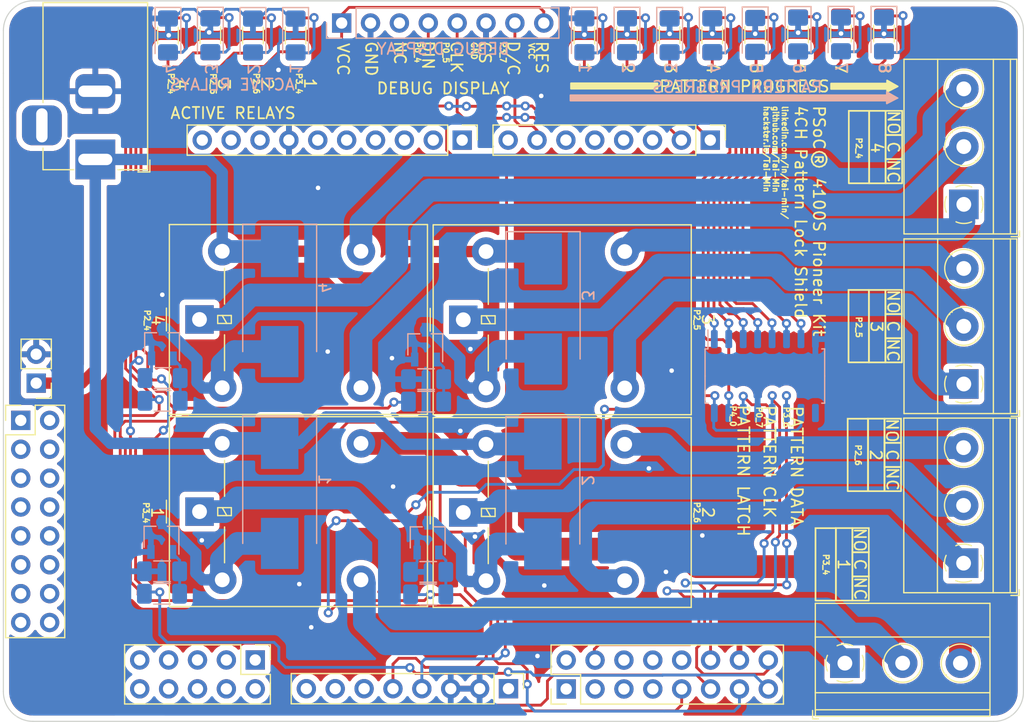
<source format=kicad_pcb>
(kicad_pcb (version 20211014) (generator pcbnew)
  (layers (0 "F.Cu" signal) (31 "B.Cu" signal) (34 "B.Paste" user) (35 "F.Paste" user) (36 "B.SilkS" user "B.Silkscreen") (37 "F.SilkS" user "F.Silkscreen") (38 "B.Mask" user) (39 "F.Mask" user) (44 "Edge.Cuts" user))
  (net 0 "")
  (net 1 "+5V")
  (net 7 "Net-(D1-Pad2)")
  (net 8 "Net-(D2-Pad2)")
  (net 9 "Net-(D3-Pad2)")
  (net 10 "Net-(D4-Pad2)")
  (net 11 "Net-(J8-Pad1)")
  (net 12 "Net-(J8-Pad2)")
  (net 13 "Net-(J8-Pad3)")
  (net 14 "Net-(Q1-Pad1)")
  (net 15 "GND")
  (net 16 "Net-(Q2-Pad1)")
  (net 17 "Net-(Q3-Pad1)")
  (net 18 "Net-(Q4-Pad1)")
  (net 19 "/K1_CTRL")
  (net 20 "/K3_CTRL")
  (net 21 "/K2_CTRL")
  (net 22 "/K4_CTRL")
  (net 23 "+12V")
  (net 24 "Net-(D5-Pad2)")
  (net 25 "Net-(D6-Pad2)")
  (net 26 "Net-(D7-Pad2)")
  (net 27 "Net-(D8-Pad2)")
  (net 28 "Net-(D9-Pad2)")
  (net 29 "Net-(D10-Pad2)")
  (net 30 "Net-(D13-Pad2)")
  (net 31 "Net-(D14-Pad2)")
  (net 32 "Net-(D15-Pad2)")
  (net 33 "Net-(D16-Pad2)")
  (net 34 "/PROG6")
  (net 35 "/PROG5")
  (net 36 "/PROG4")
  (net 37 "/PROG3")
  (net 38 "/PROG2")
  (net 39 "/PROG1")
  (net 48 "Net-(D11-Pad2)")
  (net 49 "Net-(D12-Pad2)")
  (net 50 "Net-(J3-Pad1)")
  (net 51 "Net-(J3-Pad2)")
  (net 52 "Net-(J3-Pad3)")
  (net 53 "Net-(J4-Pad1)")
  (net 54 "Net-(J4-Pad2)")
  (net 55 "Net-(J4-Pad3)")
  (net 70 "Net-(J7-Pad1)")
  (net 71 "Net-(J7-Pad2)")
  (net 72 "Net-(J7-Pad3)")
  (net 77 "/PROG_LATCH")
  (net 87 "/PROG_DATA")
  (net 93 "/PROG_CLK")
  (net 94 "/PROG7")
  (net 95 "/PROG8")
  (net 96 "/DISP_DATA")
  (net 97 "/DISP_CLK")
  (net 98 "/DISP_DC")
  (net 107 "+3.3V")
  (footprint "Connector_PinHeader_2.54mm:PinHeader_1x08_P2.54mm_Vertical" (layer "F.Cu") (at 148.25 124.275 -90)
    (fp_text reference "J12" hide)
    (fp_text value "UNO_PWR")
  )
  (footprint "Relay_THT:Relay_SPDT_Omron-G5LE-1" (layer "F.Cu") (at 121.075 108.7 90)
    (fp_text reference "K1" hide)
    (fp_text value "G5LE-1")
  )
  (footprint "Connector_BarrelJack:BarrelJack_Horizontal" (layer "F.Cu") (at 111.9075 77.725 -90)
    (fp_text reference "J1" hide)
    (fp_text value "12V_IN")
  )
  (footprint "Resistor_SMD:R_1206_3216Metric_Pad1.30x1.75mm_HandSolder" (layer "F.Cu") (at 162.425 66.8 90)
    (fp_text reference "R11" hide)
    (fp_text value "220")
  )
  (footprint "TerminalBlock_Phoenix:TerminalBlock_Phoenix_MKDS-1,5-3-5.08_1x03_P5.08mm_Horizontal" (layer "F.Cu") (at 188.28 113.235 90)
    (fp_text reference "J7" hide)
    (fp_text value "Conn_01x03")
  )
  (footprint "Connector_PinHeader_2.54mm:PinHeader_1x10_P2.54mm_Vertical" (layer "F.Cu") (at 144.175 76.025 -90)
    (fp_text reference "J10" hide)
    (fp_text value "UNO_13_8")
  )
  (footprint "Connector_PinHeader_2.54mm:PinHeader_2x08_P2.54mm_Vertical" (layer "F.Cu") (at 153.325 124.3 90)
    (fp_text reference "J13" hide)
    (fp_text value "UNO_A0_A5")
  )
  (footprint "Resistor_SMD:R_1206_3216Metric_Pad1.30x1.75mm_HandSolder" (layer "F.Cu") (at 169.95 66.775 90)
    (fp_text reference "R17" hide)
    (fp_text value "220")
  )
  (footprint "Resistor_SMD:R_1206_3216Metric_Pad1.30x1.75mm_HandSolder" (layer "F.Cu") (at 122.025 66.8 90)
    (fp_text reference "R2" hide)
    (fp_text value "220")
  )
  (footprint "Relay_THT:Relay_SPDT_Omron-G5LE-1" (layer "F.Cu") (at 144.275 91.825 90)
    (fp_text reference "K2" hide)
    (fp_text value "G5LE-1")
  )
  (footprint "Connector_PinHeader_2.54mm:PinHeader_2x08_P2.54mm_Vertical" (layer "F.Cu") (at 105.35 100.675)
    (fp_text reference "J6" hide)
    (fp_text value "KitProg2_IO")
  )
  (footprint "Resistor_SMD:R_1206_3216Metric_Pad1.30x1.75mm_HandSolder" (layer "F.Cu") (at 118.3 66.825001 90)
    (fp_text reference "R1" hide)
    (fp_text value "220")
  )
  (footprint "Resistor_SMD:R_1206_3216Metric_Pad1.30x1.75mm_HandSolder" (layer "F.Cu") (at 177.5 66.65 90)
    (fp_text reference "R19" hide)
    (fp_text value "220")
  )
  (footprint "Relay_THT:Relay_SPDT_Omron-G5LE-1" (layer "F.Cu") (at 144.2725 108.775 90)
    (fp_text reference "K3" hide)
    (fp_text value "G5LE-1")
  )
  (footprint "Connector_PinHeader_2.54mm:PinHeader_1x08_P2.54mm_Vertical" (layer "F.Cu") (at 166 76.025 -90)
    (fp_text reference "J9" hide)
    (fp_text value "UNO_7_0")
  )
  (footprint "Resistor_SMD:R_1206_3216Metric_Pad1.30x1.75mm_HandSolder" (layer "F.Cu") (at 181.275 66.65 90)
    (fp_text reference "R20" hide)
    (fp_text value "220")
  )
  (footprint "Resistor_SMD:R_1206_3216Metric_Pad1.30x1.75mm_HandSolder" (layer "F.Cu") (at 154.925 66.825001 90)
    (fp_text reference "R9" hide)
    (fp_text value "220")
  )
  (footprint "TerminalBlock_Phoenix:TerminalBlock_Phoenix_MKDS-1,5-3-5.08_1x03_P5.08mm_Horizontal" (layer "F.Cu") (at 177.84 122.03)
    (fp_text reference "J3" hide)
    (fp_text value "Conn_01x03")
  )
  (footprint "TerminalBlock_Phoenix:TerminalBlock_Phoenix_MKDS-1,5-3-5.08_1x03_P5.08mm_Horizontal" (layer "F.Cu") (at 188.3 81.675 90)
    (fp_text reference "J8" hide)
    (fp_text value "Conn_01x03")
  )
  (footprint "Resistor_SMD:R_1206_3216Metric_Pad1.30x1.75mm_HandSolder" (layer "F.Cu") (at 158.675 66.800001 90)
    (fp_text reference "R10" hide)
    (fp_text value "220")
  )
  (footprint "Resistor_SMD:R_1206_3216Metric_Pad1.30x1.75mm_HandSolder" (layer "F.Cu") (at 125.775 66.824999 90)
    (fp_text reference "R7" hide)
    (fp_text value "220")
  )
  (footprint "Connector_PinHeader_2.54mm:PinHeader_1x02_P2.54mm_Vertical" (layer "F.Cu") (at 106.70999 97.4 180)
    (fp_text reference "J2" hide)
    (fp_text value "EXT_PWR")
  )
  (footprint "TerminalBlock_Phoenix:TerminalBlock_Phoenix_MKDS-1,5-3-5.08_1x03_P5.08mm_Horizontal" (layer "F.Cu") (at 188.3 97.475 90)
    (fp_text reference "J4" hide)
    (fp_text value "Conn_01x03")
  )
  (footprint "Resistor_SMD:R_1206_3216Metric_Pad1.30x1.75mm_HandSolder" (layer "F.Cu") (at 129.525 66.825 90)
    (fp_text reference "R8" hide)
    (fp_text value "220")
  )
  (footprint "Connector_PinHeader_2.54mm:PinHeader_2x05_P2.54mm_Vertical" (layer "F.Cu") (at 125.975 121.75 -90)
    (fp_text reference "J5" hide)
    (fp_text value "KitProg2_PROG")
  )
  (footprint "Resistor_SMD:R_1206_3216Metric_Pad1.30x1.75mm_HandSolder" (layer "F.Cu") (at 166.175 66.800001 90)
    (fp_text reference "R14" hide)
    (fp_text value "220")
  )
  (footprint "Resistor_SMD:R_1206_3216Metric_Pad1.30x1.75mm_HandSolder" (layer "F.Cu") (at 173.725 66.725001 90)
    (fp_text reference "R18" hide)
    (fp_text value "220")
  )
  (footprint "Relay_THT:Relay_SPDT_Omron-G5LE-1" (layer "F.Cu") (at 121.0725 91.8 90)
    (fp_text reference "K4" hide)
    (fp_text value "G5LE-1")
  )
  (footprint "Diode_SMD:D_SMC_Handsoldering" (layer "B.Cu") (at 151.3 90.875 -90)
    (fp_text reference "D4" hide)
    (fp_text value "D")
  )
  (footprint "LED_SMD:LED_1206_3216Metric_Pad1.42x1.75mm_HandSolder" (layer "B.Cu") (at 118.3 66.8125 -90)
    (fp_text reference "D1" hide)
    (fp_text value "LED")
  )
  (footprint "Package_TO_SOT_SMD:TSOT-23" (layer "B.Cu") (at 117.75 110.94 90)
    (fp_text reference "Q1" hide)
    (fp_text value "BC847")
  )
  (footprint "Resistor_SMD:R_1206_3216Metric_Pad1.30x1.75mm_HandSolder" (layer "B.Cu") (at 117.825001 98.951072 180)
    (fp_text reference "R13" hide)
    (fp_text value "1k")
  )
  (footprint "Connector_PinSocket_2.54mm:PinSocket_1x08_P2.54mm_Vertical" (layer "B.Cu") (at 133.575 65.725 -90)
    (fp_text reference "J11" hide)
    (fp_text value "DEBUG_OLED")
  )
  (footprint "LED_SMD:LED_1206_3216Metric_Pad1.42x1.75mm_HandSolder" (layer "B.Cu") (at 154.925 66.8 -90)
    (fp_text reference "D7" hide)
    (fp_text value "LED")
  )
  (footprint "Resistor_SMD:R_1206_3216Metric_Pad1.30x1.75mm_HandSolder" (layer "B.Cu") (at 141.1875 115.9775 180)
    (fp_text reference "R12" hide)
    (fp_text value "1k")
  )
  (footprint "Package_TO_SOT_SMD:TSOT-23" (layer "B.Cu") (at 140.95 94.015 90)
    (fp_text reference "Q2" hide)
    (fp_text value "BC847")
  )
  (footprint "Package_SO:SOP-16_4.55x10.3mm_P1.27mm" (layer "B.Cu") (at 170.8 96.775 -90)
    (fp_text reference "U1" hide)
    (fp_text value "74HC595")
  )
  (footprint "LED_SMD:LED_1206_3216Metric_Pad1.42x1.75mm_HandSolder" (layer "B.Cu") (at 129.525 66.825 -90)
    (fp_text reference "D6" hide)
    (fp_text value "LED")
  )
  (footprint "LED_SMD:LED_1206_3216Metric_Pad1.42x1.75mm_HandSolder" (layer "B.Cu") (at 122.025 66.8 -90)
    (fp_text reference "D2" hide)
    (fp_text value "LED")
  )
  (footprint "LED_SMD:LED_1206_3216Metric_Pad1.42x1.75mm_HandSolder" (layer "B.Cu") (at 162.425 66.8125 -90)
    (fp_text reference "D9" hide)
    (fp_text value "LED")
  )
  (footprint "LED_SMD:LED_1206_3216Metric_Pad1.42x1.75mm_HandSolder" (layer "B.Cu") (at 181.275 66.725 -90)
    (fp_text reference "D16" hide)
    (fp_text value "LED")
  )
  (footprint "LED_SMD:LED_1206_3216Metric_Pad1.42x1.75mm_HandSolder" (layer "B.Cu") (at 125.775 66.825 -90)
    (fp_text reference "D5" hide)
    (fp_text value "LED")
  )
  (footprint "Diode_SMD:D_SMC_Handsoldering" (layer "B.Cu") (at 128.125 90.225 -90)
    (fp_text reference "D12" hide)
    (fp_text value "D")
  )
  (footprint "Resistor_SMD:R_1206_3216Metric_Pad1.30x1.75mm_HandSolder" (layer "B.Cu") (at 141 97.049999 180)
    (fp_text reference "R6" hide)
    (fp_text value "10k")
  )
  (footprint "Package_TO_SOT_SMD:TSOT-23" (layer "B.Cu") (at 141.1625 110.99 90)
    (fp_text reference "Q3" hide)
    (fp_text value "BC847")
  )
  (footprint "Resistor_SMD:R_1206_3216Metric_Pad1.30x1.75mm_HandSolder" (layer "B.Cu") (at 117.825 96.951072 180)
    (fp_text reference "R16" hide)
    (fp_text value "10k")
  )
  (footprint "Resistor_SMD:R_1206_3216Metric_Pad1.30x1.75mm_HandSolder" (layer "B.Cu") (at 117.775 115.925001 180)
    (fp_text reference "R3" hide)
    (fp_text value "1k")
  )
  (footprint "Resistor_SMD:R_1206_3216Metric_Pad1.30x1.75mm_HandSolder" (layer "B.Cu") (at 141.1875 114.0025 180)
    (fp_text reference "R15" hide)
    (fp_text value "10k")
  )
  (footprint "LED_SMD:LED_1206_3216Metric_Pad1.42x1.75mm_HandSolder" (layer "B.Cu") (at 177.5 66.725 -90)
    (fp_text reference "D15" hide)
    (fp_text value "LED")
  )
  (footprint "Resistor_SMD:R_1206_3216Metric_Pad1.30x1.75mm_HandSolder" (layer "B.Cu") (at 117.775 113.95 180)
    (fp_text reference "R5" hide)
    (fp_text value "10k")
  )
  (footprint "Diode_SMD:D_SMC_Handsoldering" (layer "B.Cu") (at 128.125 107.1 -90)
    (fp_text reference "D3" hide)
    (fp_text value "D")
  )
  (footprint "Diode_SMD:D_SMC_Handsoldering" (layer "B.Cu") (at 151.275 107.15 -90)
    (fp_text reference "D11" hide)
    (fp_text value "D")
  )
  (footprint "Package_TO_SOT_SMD:TSOT-23" (layer "B.Cu") (at 117.8 93.915 90)
    (fp_text reference "Q4" hide)
    (fp_text value "BC847")
  )
  (footprint "LED_SMD:LED_1206_3216Metric_Pad1.42x1.75mm_HandSolder" (layer "B.Cu") (at 173.725 66.7375 -90)
    (fp_text reference "D14" hide)
    (fp_text value "LED")
  )
  (footprint "Resistor_SMD:R_1206_3216Metric_Pad1.30x1.75mm_HandSolder" (layer "B.Cu") (at 141 99.025 180)
    (fp_text reference "R4" hide)
    (fp_text value "1k")
  )
  (footprint "LED_SMD:LED_1206_3216Metric_Pad1.42x1.75mm_HandSolder" (layer "B.Cu") (at 166.175 66.8 -90)
    (fp_text reference "D10" hide)
    (fp_text value "LED")
  )
  (footprint "LED_SMD:LED_1206_3216Metric_Pad1.42x1.75mm_HandSolder" (layer "B.Cu") (at 169.95 66.775 -90)
    (fp_text reference "D13" hide)
    (fp_text value "LED")
  )
  (footprint "LED_SMD:LED_1206_3216Metric_Pad1.42x1.75mm_HandSolder" (layer "B.Cu") (at 158.675 66.8 -90)
    (fp_text reference "D8" hide)
    (fp_text value "LED")
  )
  (gr_poly (pts (xy 182.45 72.325) (xy 181.525 72.8) (xy 181.525 72.55) (xy 153.7 72.55) (xy 153.7 72.075) (xy 181.525 72.075) (xy 181.525 71.8)) (layer "B.SilkS") (width 0.15) (fill solid))
  (gr_rect (start 179.950002 95.570712) (end 178.160357 89.2) (layer "F.SilkS") (width 0.15) (fill none))
  (gr_poly (pts (xy 182.875001 75.574999) (xy 182.875001 77.699999) (xy 181.425001 77.699998) (xy 181.425001 75.574998)) (layer "F.SilkS") (width 0.15) (fill none))
  (gr_poly (pts (xy 182.850001 93.449999) (xy 182.850002 95.574998) (xy 181.400002 95.575) (xy 181.400001 93.449998)) (layer "F.SilkS") (width 0.15) (fill none))
  (gr_poly (pts (xy 179.944822 114.399999) (xy 179.944822 116.524998) (xy 178.494822 116.525) (xy 178.494822 114.399997)) (layer "F.SilkS") (width 0.15) (fill none))
  (gr_rect (start 181.425002 79.825) (end 179.975002 73.45) (layer "F.SilkS") (width 0.15) (fill none))
  (gr_poly (pts (xy 161.35 71.275) (xy 161.35 71.5) (xy 153.75 71.5) (xy 153.75 71.025) (xy 161.35 71.025)) (layer "F.SilkS") (width 0.15) (fill solid))
  (gr_rect (start 179.875 106.900003) (end 178.085355 100.529291) (layer "F.SilkS") (width 0.15) (fill none))
  (gr_rect (start 181.325 106.900003) (end 179.875 100.525003) (layer "F.SilkS") (width 0.15) (fill none))
  (gr_poly (pts (xy 182.775 100.525002) (xy 182.775 102.650002) (xy 181.325 102.65) (xy 181.325 100.525001)) (layer "F.SilkS") (width 0.15) (fill none))
  (gr_poly (pts (xy 179.944822 112.274999) (xy 179.944822 114.399999) (xy 178.494822 114.399997) (xy 178.494822 112.274997)) (layer "F.SilkS") (width 0.15) (fill none))
  (gr_poly (pts (xy 182.875002 73.45) (xy 182.875001 75.574999) (xy 181.425001 75.574998) (xy 181.425002 73.449998)) (layer "F.SilkS") (width 0.15) (fill none))
  (gr_poly (pts (xy 182.850001 91.324999) (xy 182.850001 93.449999) (xy 181.400001 93.449998) (xy 181.400001 91.324998)) (layer "F.SilkS") (width 0.15) (fill none))
  (gr_rect (start 177.044822 116.525) (end 175.255177 110.154288) (layer "F.SilkS") (width 0.15) (fill none))
  (gr_poly (pts (xy 182.775 104.775002) (xy 182.775 106.900001) (xy 181.325 106.900003) (xy 181.325 104.775)) (layer "F.SilkS") (width 0.15) (fill none))
  (gr_poly (pts (xy 182.875001 77.699999) (xy 182.875002 79.824998) (xy 181.425002 79.825) (xy 181.425001 77.699998)) (layer "F.SilkS") (width 0.15) (fill none))
  (gr_poly (pts (xy 182.775 102.650002) (xy 182.775 104.775002) (xy 181.325 104.775) (xy 181.325 102.65)) (layer "F.SilkS") (width 0.15) (fill none))
  (gr_poly (pts (xy 182.850002 89.2) (xy 182.850001 91.324999) (xy 181.400001 91.324998) (xy 181.400002 89.199998)) (layer "F.SilkS") (width 0.15) (fill none))
  (gr_rect (start 181.400002 95.575) (end 179.950002 89.2) (layer "F.SilkS") (width 0.15) (fill none))
  (gr_poly (pts (xy 182.475 71.3) (xy 181.55 71.775) (xy 181.55 71.525) (xy 176.625 71.525) (xy 176.625 71.05) (xy 181.55 71.05) (xy 181.55 70.775)) (layer "F.SilkS") (width 0.15) (fill solid))
  (gr_rect (start 179.975002 79.820712) (end 178.185357 73.45) (layer "F.SilkS") (width 0.15) (fill none))
  (gr_poly (pts (xy 179.944822 110.149999) (xy 179.944822 112.274999) (xy 178.494822 112.274997) (xy 178.494822 110.149998)) (layer "F.SilkS") (width 0.15) (fill none))
  (gr_rect (start 178.494822 116.525) (end 177.044822 110.15) (layer "F.SilkS") (width 0.15) (fill none))
  (gr_line (start 103.825 70.15) (end 103.825 66.375) (layer "Edge.Cuts") (width 0.1))
  (gr_line (start 190.945592 63.774881) (end 106.450242 63.775123) (layer "Edge.Cuts") (width 0.1))
  (gr_arc (start 106.42238 127.145469) (mid 104.575 126.375) (end 103.822503 124.520227) (layer "Edge.Cuts") (width 0.1))
  (gr_arc (start 193.545469 124.55262) (mid 192.775 126.4) (end 190.920227 127.152497) (layer "Edge.Cuts") (width 0.1))
  (gr_arc (start 190.945592 63.774881) (mid 192.792973 64.545355) (end 193.545469 66.400123) (layer "Edge.Cuts") (width 0.1))
  (gr_line (start 103.829531 75.749877) (end 103.822503 124.520227) (layer "Edge.Cuts") (width 0.1))
  (gr_line (start 106.42238 127.145469) (end 190.920227 127.152497) (layer "Edge.Cuts") (width 0.1))
  (gr_line (start 193.545469 66.400123) (end 193.55 75.775) (layer "Edge.Cuts") (width 0.1))
  (gr_arc (start 103.825 66.375) (mid 104.595478 64.527646) (end 106.450242 63.775123) (layer "Edge.Cuts") (width 0.1))
  (gr_line (start 103.829531 75.749877) (end 103.825 73.15) (layer "Edge.Cuts") (width 0.1))
  (gr_line (start 193.55 75.9) (end 193.55 75.775) (layer "Edge.Cuts") (width 0.1))
  (gr_line (start 193.545469 124.55262) (end 193.55 75.9) (layer "Edge.Cuts") (width 0.1))
  (gr_line (start 103.825 73.15) (end 103.825 70.15) (layer "Edge.Cuts") (width 0.1))
  (gr_text "6" (at 173.8 69.698516 270) (layer "B.SilkS") (effects (font (size 1 1)) (justify mirror)))
  (gr_text "2" (at 158.775 69.65 270) (layer "B.SilkS") (effects (font (size 1 1)) (justify mirror)))
  (gr_text "5" (at 170.05 69.7 270) (layer "B.SilkS") (effects (font (size 1 1)) (justify mirror)))
  (gr_text "PATTERN PROGRESS" (at 168.375 71.35) (layer "B.SilkS") (effects (font (size 1 1)) (justify mirror)))
  (gr_text "1" (at 154.975 69.65 270) (layer "B.SilkS") (effects (font (size 1 1)) (justify mirror)))
  (gr_text "3" (at 162.475 69.675 270) (layer "B.SilkS") (effects (font (size 1 1)) (justify mirror)))
  (gr_text "2" (at 125.825 69.775 270) (layer "B.SilkS") (effects (font (size 1 1)) (justify mirror)))
  (gr_text "4" (at 118.3 69.725 270) (layer "B.SilkS") (effects (font (size 1 1)) (justify mirror)))
  (gr_text "DEBUG DISPLAY" (at 142.5 68) (layer "B.SilkS") (effects (font (size 1 1)) (justify mirror)))
  (gr_text "2" (at 155.2 105.95 270) (layer "B.SilkS") (effects (font (size 1 1)) (justify mirror)))
  (gr_text "3" (at 122.075 69.75 270) (layer "B.SilkS") (effects (font (size 1 1)) (justify mirror)))
  (gr_text "1" (at 129.525 69.725 270) (layer "B.SilkS") (effects (font (size 1 1)) (justify mirror)))
  (gr_text "7" (at 177.5 69.673516 270) (layer "B.SilkS") (effects (font (size 1 1)) (justify mirror)))
  (gr_text "ACTIVE RELAYS" (at 123.95 71.15) (layer "B.SilkS") (effects (font (size 1 1)) (justify mirror)))
  (gr_text "1" (at 132.05 105.875 270) (layer "B.SilkS") (effects (font (size 1 1)) (justify mirror)))
  (gr_text "4" (at 166.25 69.673813 270) (layer "B.SilkS") (effects (font (size 1 1)) (justify mirror)))
  (gr_text "8" (at 181.325 69.673516 270) (layer "B.SilkS") (effects (font (size 1 1)) (justify mirror)))
  (gr_text "4" (at 132.025 89.025 270) (layer "B.SilkS") (effects (font (size 1 1)) (justify mirror)))
  (gr_text "3" (at 155.2 89.675 270) (layer "B.SilkS") (effects (font (size 1 1)) (justify mirror)))
  (gr_text "3" (at 123.225 71.125 270) (layer "F.SilkS") (effects (font (size 1 1))))
  (gr_text "P3_4" (at 116.375 108.8 270) (layer "F.SilkS") (effects (font (size 0.5 0.5) (thickness 0.125))))
  (gr_text "2" (at 127.025 71.1 270) (layer "F.SilkS") (effects (font (size 1 1))))
  (gr_text "P2_4" (at 118.575 71.05 270) (layer "F.SilkS") (effects (font (size 0.5 0.5) (thickness 0.125))))
  (gr_text "C" (at 181.999999 103.725003 270) (layer "F.SilkS") (effects (font (size 1 1))))
  (gr_text "P3_4" (at 176.175177 113.358288 270) (layer "F.SilkS") (effects (font (size 0.5 0.5) (thickness 0.125))))
  (gr_text "NC" (at 182.092679 78.746966 270) (layer "F.SilkS") (effects (font (size 1 1))))
  (gr_text "NC" (at 182.067679 94.496966 270) (layer "F.SilkS") (effects (font (size 1 1))))
  (gr_text "4" (at 117.375 91.875 270) (layer "F.SilkS") (effects (font (size 1 1))))
  (gr_text "VCC" (at 133.7 68.925 270) (layer "F.SilkS") (effects (font (size 1 1))))
  (gr_text "P2_6" (at 164.825 108.775 270) (layer "F.SilkS") (effects (font (size 0.5 0.5) (thickness 0.125))))
  (gr_text "NO" (at 182.117679 74.471966 270) (layer "F.SilkS") (effects (font (size 1 1))))
  (gr_text "6" (at 173.8 69.725 270) (layer "F.SilkS") (effects (font (size 1 1))))
  (gr_text "VCC" (at 150.275 68.2 270) (layer "F.SilkS") (effects (font (size 0.5 0.5) (thickness 0.125))))
  (gr_text "GND" (at 136.175 68.875 270) (layer "F.SilkS") (effects (font (size 1 1))))
  (gr_text "3" (at 162.475 69.7 270) (layer "F.SilkS") (effects (font (size 1 1))))
  (gr_text "3" (at 180.617679 92.446966 270) (layer "F.SilkS") (effects (font (size 1 1))))
  (gr_text "CLK" (at 143.675 68.725 270) (layer "F.SilkS") (effects (font (size 1 1))))
  (gr_text "P2_4" (at 116.475 91.875 270) (layer "F.SilkS") (effects (font (size 0.5 0.5) (thickness 0.125))))
  (gr_text "ACTIVE RELAYS" (at 124.025 73.65) (layer "F.SilkS") (effects (font (size 1 1))))
  (gr_text "RES" (at 151.175 68.75 270) (layer "F.SilkS") (effects (font (size 1 1))))
  (gr_text "PATTERN DATA" (at 173.6 104.7 270) (layer "F.SilkS") (effects (font (size 1 1))))
  (gr_text "CS" (at 146.175 68.325 270) (layer "F.SilkS") (effects (font (size 1 1))))
  (gr_text "4" (at 180.642679 76.696966 270) (layer "F.SilkS") (effects (font (size 1 1))))
  (gr_text "1" (at 130.8 71.05 270) (layer "F.SilkS") (effects (font (size 1 1))))
  (gr_text "P3_6" (at 172.7 100.4 270) (layer "F.SilkS") (effects (font (size 0.5 0.5) (thickness 0.125))))
  (gr_text "P2_6" (at 179.005355 103.733291 270) (layer "F.SilkS") (effects (font (size 0.5 0.5) (thickness 0.125))))
  (gr_text "PSoC® 4100S Pioneer Kit\n4CH Pattern Lock Shield" (at 174.752 72.898 270) (layer "F.SilkS") (effects (font (size 1 1)) (justify left)))
  (gr_text "NC" (at 182.010355 105.829291 270) (layer "F.SilkS") (effects (font (size 1 1))))
  (gr_text "P0_5" (at 142.75 68.325 270) (layer "F.SilkS") (effects (font (size 0.5 0.5) (thickness 0.125))))
  (gr_text "P3_7" (at 147.775 68.3 270) (layer "F.SilkS") (effects (font (size 0.5 0.5) (thickness 0.125))))
  (gr_text "P2_5" (at 122.275 71.075 270) (layer "F.SilkS") (effects (font (size 0.5 0.5) (thickness 0.125))))
  (gr_text "C" (at 182.075 92.4 270) (layer "F.SilkS") (effects (font (size 1 1))))
  (gr_text "1" (at 177.730177 113.354288 270) (layer "F.SilkS") (effects (font (size 1 1))))
  (gr_text "P2_6" (at 126.075 71.05 270) (layer "F.SilkS") (effects (font (size 0.5 0.5) (thickness 0.125))))
  (gr_text "5" (at 170 69.7 270) (layer "F.SilkS") (effects (font (size 1 1))))
  (gr_text "P3_4" (at 129.825 71.05 270) (layer "F.SilkS") (effects (font (size 0.5 0.5) (thickness 0.125))))
  (gr_text "PATTERN LATCH" (at 168.9 105.1 270) (layer "F.SilkS") (effects (font (size 1 1))))
  (gr_text "NO" (at 182.092679 90.221966 270) (layer "F.SilkS") (effects (font (size 1 1))))
  (gr_text "linkedin.com/in/tai-min/\ngithub.com/Tai-Min\nhackster.io/Tai-Min\n" (at 171.752 72.948 270) (layer "F.SilkS") (effects (font (size 0.5 0.5) (thickness 0.125)) (justify left)))
  (gr_text "2" (at 165.8 108.775 270) (layer "F.SilkS") (effects (font (size 1 1))))
  (gr_text "PATTERN CLK" (at 171.2 104.3 270) (layer "F.SilkS") (effects (font (size 1 1))))
  (gr_text "4" (at 119.475 71.125 270) (layer "F.SilkS") (effects (font (size 1 1))))
  (gr_text "NO" (at 181.985355 101.554291 270) (layer "F.SilkS") (effects (font (size 1 1))))
  (gr_text "DEBUG DISPLAY" (at 142.5 71.475) (layer "F.SilkS") (effects (font (size 1 1))))
  (gr_text "P2_5" (at 164.825 91.825 270) (layer "F.SilkS") (effects (font (size 0.5 0.5) (thickness 0.125))))
  (gr_text "P0_7" (at 170.3 100.4 270) (layer "F.SilkS") (effects (font (size 0.5 0.5) (thickness 0.125))))
  (gr_text "7" (at 177.5 69.7 270) (layer "F.SilkS") (effects (font (size 1 1))))
  (gr_text "NC" (at 179.180177 115.454288 270) (layer "F.SilkS") (effects (font (size 1 1))))
  (gr_text "1" (at 117.35 108.8 270) (layer "F.SilkS") (effects (font (size 1 1))))
  (gr_text "C" (at 182.1 76.65 270) (layer "F.SilkS") (effects (font (size 1 1))))
  (gr_text "4" (at 166.2 69.7 270) (layer "F.SilkS") (effects (font (size 1 1))))
  (gr_text "P2_4" (at 179.07 76.733 270) (layer "F.SilkS") (effects (font (size 0.5 0.5) (thickness 0.125))))
  (gr_text "8" (at 181.325 69.7 270) (layer "F.SilkS") (effects (font (size 1 1))))
  (gr_text "NC" (at 138.7 68.35 270) (layer "F.SilkS") (effects (font (size 1 1))))
  (gr_text "C" (at 179.169821 113.35 270) (layer "F.SilkS") (effects (font (size 1 1))))
  (gr_text "P4_0" (at 168 100.3 270) (layer "F.SilkS") (effects (font (size 0.5 0.5) (thickness 0.125))))
  (gr_text "P2_5" (at 179.062679 92.481966 270) (layer "F.SilkS") (effects (font (size 0.5 0.5) (thickness 0.125))))
  (gr_text "2" (at 180.560355 103.729291 270) (layer "F.SilkS") (effects (font (size 1 1))))
  (gr_text "NO" (at 179.155177 111.179288 270) (layer "F.SilkS") (effects (font (size 1 1))))
  (gr_text "2" (at 158.75 69.675 270) (layer "F.SilkS") (effects (font (size 1 1))))
  (gr_text "1" (at 154.95 69.65 270) (layer "F.SilkS") (effects (font (size 1 1))))
  (gr_text "PATTERN PROGRESS" (at 169 71.3) (layer "F.SilkS") (effects (font (size 1 1))))
  (gr_text "P0_4" (at 140.25 68.3 270) (layer "F.SilkS") (effects (font (size 0.5 0.5) (thickness 0.125))))
  (gr_text "DIN" (at 141.175 68.55 270) (layer "F.SilkS") (effects (font (size 1 1))))
  (gr_text "3" (at 165.775 91.825 270) (layer "F.SilkS") (effects (font (size 1 1))))
  (gr_text "GND" (at 145.225 68.175 270) (layer "F.SilkS") (effects (font (size 0.5 0.5) (thickness 0.125))))
  (gr_text "D/C" (at 148.675 68.825 270) (layer "F.SilkS") (effects (font (size 1 1))))
  (segment (start 144.1 110.5) (end 144.45 110.85) (width 0.25) (layer "F.Cu") (net 1))
  (segment (start 133.575 65) (end 134.225 64.35) (width 0.25) (layer "F.Cu") (net 1))
  (segment (start 142.24 110.015) (end 142.725 110.5) (width 0.25) (layer "F.Cu") (net 1))
  (segment (start 133.575 65.725) (end 133.575 74.15) (width 0.25) (layer "F.Cu") (net 1))
  (segment (start 141.224 104.648) (end 142.24 105.664) (width 0.25) (layer "F.Cu") (net 1))
  (segment (start 142.725 110.5) (end 144.1 110.5) (width 0.25) (layer "F.Cu") (net 1))
  (segment (start 134.225 64.35) (end 150.985 64.35) (width 0.25) (layer "F.Cu") (net 1))
  (segment (start 142.24 105.664) (end 142.24 110.015) (width 0.25) (layer "F.Cu") (net 1))
  (segment (start 133.35 103.632) (end 134.366 104.648) (width 0.25) (layer "F.Cu") (net 1))
  (segment (start 142.81 76.9) (end 143.38 77.47) (width 0.25) (layer "F.Cu") (net 1))
  (segment (start 145.425 116.625) (end 147.45 116.625) (width 0.25) (layer "F.Cu") (net 1))
  (segment (start 147.574 100.838) (end 134.112 100.838) (width 0.25) (layer "F.Cu") (net 1))
  (segment (start 144.45 115.65) (end 145.425 116.625) (width 0.25) (layer "F.Cu") (net 1))
  (segment (start 134.366 104.648) (end 141.224 104.648) (width 0.25) (layer "F.Cu") (net 1))
  (segment (start 150.985 64.35) (end 151.355 64.72) (width 0.25) (layer "F.Cu") (net 1))
  (segment (start 133.35 101.6) (end 133.35 103.632) (width 0.25) (layer "F.Cu") (net 1))
  (segment (start 147.574 77.47) (end 148.082 77.978) (width 0.25) (layer "F.Cu") (net 1))
  (segment (start 133.575 74.15) (end 133.975 74.55) (width 0.25) (layer "F.Cu") (net 1))
  (segment (start 148.082 77.978) (end 148.082 100.33) (width 0.25) (layer "F.Cu") (net 1))
  (segment (start 134.112 100.838) (end 133.35 101.6) (width 0.25) (layer "F.Cu") (net 1))
  (segment (start 133.975 74.55) (end 142.368 74.55) (width 0.25) (layer "F.Cu") (net 1))
  (segment (start 144.45 110.85) (end 144.45 115.65) (width 0.25) (layer "F.Cu") (net 1))
  (segment (start 147.968768 117.143768) (end 147.968768 121.118268) (width 0.25) (layer "F.Cu") (net 1))
  (segment (start 148.082 100.33) (end 147.574 100.838) (width 0.25) (layer "F.Cu") (net 1))
  (segment (start 147.45 116.625) (end 147.968768 117.143768) (width 0.25) (layer "F.Cu") (net 1))
  (segment (start 143.38 77.47) (end 147.574 77.47) (width 0.25) (layer "F.Cu") (net 1))
  (segment (start 142.81 74.992) (end 142.81 76.9) (width 0.25) (layer "F.Cu") (net 1))
  (segment (start 142.368 74.55) (end 142.81 74.992) (width 0.25) (layer "F.Cu") (net 1))
  (segment (start 151.355 64.72) (end 151.355 65.725) (width 0.25) (layer "F.Cu") (net 1))
  (segment (start 133.575 65.725) (end 133.575 65) (width 0.25) (layer "F.Cu") (net 1))
  (via (at 147.968768 121.118268) (size 0.8) (drill 0.4) (layers "F.Cu" "B.Cu") (net 1))
  (segment (start 140.63 121.945) (end 140.63 124.275) (width 0.25) (layer "B.Cu") (net 1))
  (segment (start 140.925 121.65) (end 140.63 121.945) (width 0.25) (layer "B.Cu") (net 1))
  (segment (start 147.437036 121.65) (end 140.925 121.65) (width 0.25) (layer "B.Cu") (net 1))
  (segment (start 147.968768 121.118268) (end 147.437036 121.65) (width 0.25) (layer "B.Cu") (net 1))
  (segment (start 118.3 65.275001) (end 119.925 65.275) (width 0.25) (layer "F.Cu") (net 7))
  (via (at 119.925 65.275) (size 0.8) (drill 0.4) (layers "F.Cu" "B.Cu") (net 7))
  (segment (start 119.925 67.95) (end 119.575 68.3) (width 0.25) (layer "B.Cu") (net 7))
  (segment (start 119.925 65.275) (end 119.925 67.95) (width 0.25) (layer "B.Cu") (net 7))
  (segment (start 119.575 68.3) (end 118.3 68.3) (width 0.25) (layer "B.Cu") (net 7))
  (segment (start 122.025 65.25) (end 123.675 65.25) (width 0.25) (layer "F.Cu") (net 8))
  (via (at 123.675 65.25) (size 0.8) (drill 0.4) (layers "F.Cu" "B.Cu") (net 8))
  (segment (start 123.675 67.975) (end 123.3625 68.2875) (width 0.25) (layer "B.Cu") (net 8))
  (segment (start 123.3625 68.2875) (end 122.025 68.2875) (width 0.25) (layer "B.Cu") (net 8))
  (segment (start 123.675 65.25) (end 123.675 67.975) (width 0.25) (layer "B.Cu") (net 8))
  (segment (start 118.005 109.63) (end 120.75 112.375) (width 1) (layer "B.Cu") (net 9))
  (segment (start 124.45 111.5) (end 123 112.95) (width 2) (layer "B.Cu") (net 9))
  (segment (start 128.125 111.5) (end 124.45 111.5) (width 2) (layer "B.Cu") (net 9))
  (segment (start 123 112.95) (end 123 114.625) (width 2) (layer "B.Cu") (net 9))
  (segment (start 117.75 109.63) (end 118.005 109.63) (width 1) (layer "B.Cu") (net 9))
  (segment (start 120.75 112.375) (end 120.75 114.1) (width 1) (layer "B.Cu") (net 9))
  (segment (start 121.35 114.7) (end 123.075 114.7) (width 1) (layer "B.Cu") (net 9))
  (segment (start 120.75 114.1) (end 121.35 114.7) (width 1) (layer "B.Cu") (net 9))
  (segment (start 123 114.625) (end 123.075 114.7) (width 2) (layer "B.Cu") (net 9))
  (segment (start 147.375 94.6) (end 146.275 95.7) (width 2) (layer "B.Cu") (net 10))
  (segment (start 143.975 95.24) (end 143.975 97.15) (width 1) (layer "B.Cu") (net 10))
  (segment (start 144.65 97.825) (end 146.275 97.825) (width 1) (layer "B.Cu") (net 10))
  (segment (start 141.44 92.705) (end 143.975 95.24) (width 1) (layer "B.Cu") (net 10))
  (segment (start 140.95 92.705) (end 141.44 92.705) (width 1) (layer "B.Cu") (net 10))
  (segment (start 146.275 95.7) (end 146.275 97.825) (width 2) (layer "B.Cu") (net 10))
  (segment (start 151.3 94.6) (end 147.375 94.6) (width 2) (layer "B.Cu") (net 10))
  (segment (start 143.975 97.15) (end 144.65 97.825) (width 1) (layer "B.Cu") (net 10))
  (segment (start 142.175 82.625) (end 173.61373 82.625) (width 2) (layer "B.Cu") (net 11))
  (segment (start 140.625 87.83627) (end 140.625 84.175) (width 2) (layer "B.Cu") (net 11))
  (segment (start 140.625 84.175) (end 142.175 82.625) (width 2) (layer "B.Cu") (net 11))
  (segment (start 187.6 83.9) (end 188.3 83.2) (width 2) (layer "B.Cu") (net 11))
  (segment (start 135.2725 93.18877) (end 140.625 87.83627) (width 2) (layer "B.Cu") (net 11))
  (segment (start 135.2725 97.8) (end 135.2725 93.18877) (width 2) (layer "B.Cu") (net 11))
  (segment (start 174.88873 83.9) (end 187.6 83.9) (width 2) (layer "B.Cu") (net 11))
  (segment (start 188.3 83.2) (end 188.3 81.675) (width 2) (layer "B.Cu") (net 11))
  (segment (start 173.61373 82.625) (end 174.88873 83.9) (width 2) (layer "B.Cu") (net 11))
  (segment (start 123.425 91.8) (end 121.0725 91.8) (width 2) (layer "B.Cu") (net 12))
  (segment (start 125.575 89.65) (end 123.425 91.8) (width 2) (layer "B.Cu") (net 12))
  (segment (start 175.8 81.7) (end 174.525 80.425) (width 2) (layer "B.Cu") (net 12))
  (segment (start 174.525 80.425) (end 141.26373 80.425) (width 2) (layer "B.Cu") (net 12))
  (segment (start 183.195 81.7) (end 175.8 81.7) (width 2) (layer "B.Cu") (net 12))
  (segment (start 135.7 89.65) (end 125.575 89.65) (width 2) (layer "B.Cu") (net 12))
  (segment (start 188.3 76.595) (end 183.195 81.7) (width 2) (layer "B.Cu") (net 12))
  (segment (start 138.425 86.925) (end 135.7 89.65) (width 2) (layer "B.Cu") (net 12))
  (segment (start 141.26373 80.425) (end 138.425 83.26373) (width 2) (layer "B.Cu") (net 12))
  (segment (start 138.425 83.26373) (end 138.425 86.925) (width 2) (layer "B.Cu") (net 12))
  (segment (start 135.2725 83.30496) (end 140.35246 78.225) (width 2) (layer "B.Cu") (net 13))
  (segment (start 176.9 79.475) (end 182.2 79.475) (width 2) (layer "B.Cu") (net 13))
  (segment (start 185.675 76) (end 185.675 74.14) (width 2) (layer "B.Cu") (net 13))
  (segment (start 182.2 79.475) (end 185.675 76) (width 2) (layer "B.Cu") (net 13))
  (segment (start 140.35246 78.225) (end 174.875 78.225) (width 2) (layer "B.Cu") (net 13))
  (segment (start 135.2725 85.8) (end 135.2725 83.30496) (width 2) (layer "B.Cu") (net 13))
  (segment (start 185.675 74.14) (end 188.3 71.515) (width 2) (layer "B.Cu") (net 13))
  (segment (start 174.875 78.225) (end 175.65 78.225) (width 2) (layer "B.Cu") (net 13))
  (segment (start 175.65 78.225) (end 176.9 79.475) (width 2) (layer "B.Cu") (net 13))
  (segment (start 119.325 115.925001) (end 119.325 113.95) (width 0.25) (layer "B.Cu") (net 14))
  (segment (start 119.325 112.985) (end 118.7 112.36) (width 0.25) (layer "B.Cu") (net 14))
  (segment (start 119.325 113.95) (end 119.325 112.985) (width 0.25) (layer "B.Cu") (net 14))
  (via (at 169.95 66.675) (size 0.8) (drill 0.4) (layers "F.Cu" "B.Cu") (net 15))
  (via (at 154.925 66.75) (size 0.8) (drill 0.4) (layers "F.Cu" "B.Cu") (net 15))
  (via (at 162.6 96.3) (size 0.8) (drill 0.4) (layers "F.Cu" "B.Cu") (net 15))
  (via (at 151.13 72.136) (size 0.8) (drill 0.4) (layers "F.Cu" "B.Cu") (net 15))
  (via (at 166.175 66.675) (size 0.8) (drill 0.4) (layers "F.Cu" "B.Cu") (net 15))
  (via (at 160.6 104.9) (size 0.8) (drill 0.4) (layers "F.Cu" "B.Cu") (net 15))
  (via (at 173.725 66.575) (size 0.8) (drill 0.4) (layers "F.Cu" "B.Cu") (net 15))
  (via (at 177.5 66.65) (size 0.8) (drill 0.4) (layers "F.Cu" "B.Cu") (net 15))
  (via (at 138 95.2) (size 0.8) (drill 0.4) (layers "F.Cu" "B.Cu") (net 15))
  (via (at 132.35 94.625) (size 0.8) (drill 0.4) (layers "F.Cu" "B.Cu") (net 15))
  (via (at 151.4 115.2) (size 0.8) (drill 0.4) (layers "F.Cu" "B.Cu") (net 15))
  (via (at 144.018 101.6) (size 0.8) (drill 0.4) (layers "F.Cu" "B.Cu") (net 15))
  (via (at 121.275 111.225) (size 0.8) (drill 0.4) (layers "F.Cu" "B.Cu") (net 15))
  (via (at 117.8 89.625) (size 0.8) (drill 0.4) (layers "F.Cu" "B.Cu") (net 15))
  (via (at 130.9 118.875) (size 0.8) (drill 0.4) (layers "F.Cu" "B.Cu") (net 15))
  (via (at 145.3 110.9) (size 0.8) (drill 0.4) (layers "F.Cu" "B.Cu") (net 15))
  (via (at 138.1 106.5) (size 0.8) (drill 0.4) (layers "F.Cu" "B.Cu") (net 15))
  (via (at 144.9 94.4) (size 0.8) (drill 0.4) (layers "F.Cu" "B.Cu") (net 15))
  (via (at 150.8 121.4) (size 0.8) (drill 0.4) (layers "F.Cu" "B.Cu") (net 15))
  (via (at 128.016 69.85) (size 0.8) (drill 0.4) (layers "F.Cu" "B.Cu") (net 15))
  (via (at 181.275 66.675) (size 0.8) (drill 0.4) (layers "F.Cu" "B.Cu") (net 15))
  (via (at 118.364 66.802) (size 0.8) (drill 0.4) (layers "F.Cu" "B.Cu") (net 15))
  (via (at 165.3 110.8) (size 0.8) (drill 0.4) (layers "F.Cu" "B.Cu") (net 15))
  (via (at 121.92 66.548) (size 0.8) (drill 0.4) (layers "F.Cu" "B.Cu") (net 15))
  (via (at 129.85 115.075) (size 0.8) (drill 0.4) (layers "F.Cu" "B.Cu") (net 15))
  (via (at 158.675 66.725) (size 0.8) (drill 0.4) (layers "F.Cu" "B.Cu") (net 15))
  (via (at 162.425 66.675) (size 0.8) (drill 0.4) (layers "F.Cu" "B.Cu") (net 15))
  (via (at 162.1 114) (size 0.8) (drill 0.4) (layers "F.Cu" "B.Cu") (net 15))
  (via (at 131.5 80.225) (size 0.8) (drill 0.4) (layers "F.Cu" "B.Cu") (net 15))
  (segment (start 173.725 65.25) (end 173.725 66.575) (width 0.25) (layer "B.Cu") (net 15))
  (segment (start 125.775 65.3375) (end 125.25099 65.3375) (width 0.25) (layer "B.Cu") (net 15))
  (segment (start 169.95 65.2875) (end 169.95 66.675) (width 0.25) (layer "B.Cu") (net 15))
  (segment (start 129.525 65.3375) (end 129.0915 65.3375) (width 0.25) (layer "B.Cu") (net 15))
  (segment (start 118.3 66.738) (end 118.364 66.802) (width 0.25) (layer "B.Cu") (net 15))
  (segment (start 181.275 65.2375) (end 181.275 66.675) (width 0.25) (layer "B.Cu") (net 15))
  (segment (start 129.54 66.548) (end 129.032 67.056) (width 0.25) (layer "B.Cu") (net 15))
  (segment (start 116.85 95.225) (end 116.85 96.376072) (width 0.25) (layer "B.Cu") (net 15))
  (segment (start 139.6375 114.0025) (end 139.6375 113.7375) (width 0.25) (layer "B.Cu") (net 15))
  (segment (start 128.27 64.516) (end 127.133695 64.516) (width 0.25) (layer "B.Cu") (net 15))
  (segment (start 129.0915 65.3375) (end 128.27 64.516) (width 0.25) (layer "B.Cu") (net 15))
  (segment (start 122.587195 65.3125) (end 122.025 65.3125) (width 0.25) (layer "B.Cu") (net 15))
  (segment (start 129.54 65.3525) (end 129.54 66.548) (width 0.25) (layer "B.Cu") (net 15))
  (segment (start 128.524 67.056) (end 128.27 67.31) (width 0.25) (layer "B.Cu") (net 15))
  (segment (start 125.2815 65.3375) (end 124.46 64.516) (width 0.25) (layer "B.Cu") (net 15))
  (segment (start 129.525 65.3375) (end 129.54 65.3525) (width 0.25) (layer "B.Cu") (net 15))
  (segment (start 166.175 65.3125) (end 166.175 66.675) (width 0.25) (layer "B.Cu") (net 15))
  (segment (start 165.3 110.8) (end 162.1 114) (width 0.25) (layer "B.Cu") (net 15))
  (segment (start 122.025 65.3125) (end 122.025 66.443) (width 0.25) (layer "B.Cu") (net 15))
  (segment (start 128.016 67.564) (end 128.016 68.58) (width 0.25) (layer "B.Cu") (net 15))
  (segment (start 122.025 65.3125) (end 121.4465 65.3125) (width 0.25) (layer "B.Cu") (net 15))
  (segment (start 162.425 65.325) (end 162.425 66.675) (width 0.25) (layer "B.Cu") (net 15))
  (segment (start 120.65 64.516) (end 119.634 64.516) (width 0.25) (layer "B.Cu") (net 15))
  (segment (start 124.46 64.516) (end 123.383695 64.516) (width 0.25) (layer "B.Cu") (net 15))
  (segment (start 122.025 66.443) (end 121.92 66.548) (width 0.25) (layer "B.Cu") (net 15))
  (segment (start 118.825 65.325) (end 118.3 65.325) (width 0.25) (layer "B.Cu") (net 15))
  (segment (start 177.5 65.2375) (end 177.5 66.65) (width 0.25) (layer "B.Cu") (net 15))
  (segment (start 116.85 96.376072) (end 116.275 96.951072) (width 0.25) (layer "B.Cu") (net 15))
  (segment (start 128.27 67.31) (end 128.016 67.564) (width 0.25) (layer "B.Cu") (net 15))
  (segment (start 119.634 64.516) (end 118.825 65.325) (width 0.25) (layer "B.Cu") (net 15))
  (segment (start 127.133695 64.516) (end 126.312195 65.3375) (width 0.25) (layer "B.Cu") (net 15))
  (segment (start 123.383695 64.516) (end 122.587195 65.3125) (width 0.25) (layer "B.Cu") (net 15))
  (segment (start 129.032 67.056) (end 128.524 67.056) (width 0.25) (layer "B.Cu") (net 15))
  (segment (start 140.2125 113.1625) (end 140.2125 112.3) (width 0.25) (layer "B.Cu") (net 15))
  (segment (start 139.6375 113.7375) (end 140.2125 113.1625) (width 0.25) (layer "B.Cu") (net 15))
  (segment (start 121.4465 65.3125) (end 120.65 64.516) (width 0.25) (layer "B.Cu") (net 15))
  (segment (start 118.3 65.325) (end 118.3 66.738) (width 0.25) (layer "B.Cu") (net 15))
  (segment (start 126.312195 65.3375) (end 125.775 65.3375) (width 0.25) (layer "B.Cu") (net 15))
  (segment (start 154.925 65.3125) (end 154.925 66.75) (width 0.25) (layer "B.Cu") (net 15))
  (segment (start 128.016 68.58) (end 128.016 69.85) (width 0.25) (layer "B.Cu") (net 15))
  (segment (start 158.675 65.3125) (end 158.675 66.725) (width 0.25) (layer "B.Cu") (net 15))
  (segment (start 125.775 65.3375) (end 125.2815 65.3375) (width 0.25) (layer "B.Cu") (net 15))
  (segment (start 142.55 96.01) (end 141.9 95.36) (width 0.25) (layer "B.Cu") (net 16))
  (segment (start 142.55 97.049999) (end 142.55 99.025) (width 0.25) (layer "B.Cu") (net 16))
  (segment (start 142.55 97.049999) (end 142.55 96.01) (width 0.25) (layer "B.Cu") (net 16))
  (segment (start 142.7375 112.9875) (end 142.1125 112.3625) (width 0.25) (layer "B.Cu") (net 17))
  (segment (start 142.7375 115.9775) (end 142.7375 114.0025) (width 0.25) (layer "B.Cu") (net 17))
  (segment (start 142.7375 114.0025) (end 142.7375 112.9875) (width 0.25) (layer "B.Cu") (net 17))
  (segment (start 119.375 96.951072) (end 119.375 95.886071) (width 0.25) (layer "B.Cu") (net 18))
  (segment (start 119.375 95.886071) (end 118.75 95.261071) (width 0.25) (layer "B.Cu") (net 18))
  (segment (start 119.375001 98.951072) (end 119.375 96.951072) (width 0.25) (layer "B.Cu") (net 18))
  (segment (start 140.075 122.925) (end 141.8 122.925) (width 0.25) (layer "F.Cu") (net 19))
  (segment (start 117.9 101.55) (end 117.15 102.3) (width 0.25) (layer "F.Cu") (net 19))
  (segment (start 116.525 96.7) (end 116.95 97.125) (width 0.25) (layer "F.Cu") (net 19))
  (segment (start 115.45 102.6) (end 115.45 103.4) (width 0.25) (layer "F.Cu") (net 19))
  (segment (start 115.45 103.4) (end 115.45 114.65) (width 0.25) (layer "F.Cu") (net 19))
  (segment (start 117.15 102.3) (end 115.8 102.3) (width 0.25) (layer "F.Cu") (net 19))
  (segment (start 119.15 70.5) (end 118.475 71.175) (width 0.25) (layer "F.Cu") (net 19))
  (segment (start 115.45 114.65) (end 116.075 115.275) (width 0.25) (layer "F.Cu") (net 19))
  (segment (start 126.775 69.55) (end 123.7 69.55) (width 0.25) (layer "F.Cu") (net 19))
  (segment (start 123.7 69.55) (end 123.175 70.075) (width 0.25) (layer "F.Cu") (net 19))
  (segment (start 116.575 115.775) (end 117.575 115.775) (width 0.25) (layer "F.Cu") (net 19))
  (segment (start 139.575 122.425) (end 140.075 122.925) (width 0.25) (layer "F.Cu") (net 19))
  (segment (start 123.175 70.075) (end 120.275 70.075) (width 0.25) (layer "F.Cu") (net 19))
  (segment (start 120.275 70.075) (end 119.85 70.5) (width 0.25) (layer "F.Cu") (net 19))
  (segment (start 115.75 102.3) (end 115.45 102.6) (width 0.25) (layer "F.Cu") (net 19))
  (segment (start 115.925 94.275) (end 116.525 94.875) (width 0.25) (layer "F.Cu") (net 19))
  (segment (start 128.075 68.25) (end 126.775 69.55) (width 0.25) (layer "F.Cu") (net 19))
  (segment (start 118.475 71.175) (end 116.275 71.175) (width 0.25) (layer "F.Cu") (net 19))
  (segment (start 119.85 70.5) (end 119.15 70.5) (width 0.25) (layer "F.Cu") (net 19))
  (segment (start 115.8 102.3) (end 115.75 102.3) (width 0.25) (layer "F.Cu") (net 19))
  (segment (start 116.95 97.125) (end 117.625 97.125) (width 0.25) (layer "F.Cu") (net 19))
  (segment (start 115.925 71.525) (end 115.925 94.275) (width 0.25) (layer "F.Cu") (net 19))
  (segment (start 117.625 97.125) (end 117.725 97.025) (width 0.25) (layer "F.Cu") (net 19))
  (segment (start 141.8 122.925) (end 148.1 122.925) (width 0.25) (layer "F.Cu") (net 19))
  (segment (start 116.075 115.275) (end 116.575 115.775) (width 0.25) (layer "F.Cu") (net 19))
  (segment (start 129.525 68.25) (end 128.075 68.25) (width 0.25) (layer "F.Cu") (net 19))
  (segment (start 148.1 122.925) (end 148.225 122.8) (width 0.25) (layer "F.Cu") (net 19))
  (segment (start 116.525 94.875) (end 116.525 96.7) (width 0.25) (layer "F.Cu") (net 19))
  (segment (start 116.275 71.175) (end 115.925 71.525) (width 0.25) (layer "F.Cu") (net 19))
  (via (at 139.575 122.425) (size 0.8) (drill 0.4) (layers "F.Cu" "B.Cu") (net 19))
  (via (at 117.575 115.775) (size 0.8) (drill 0.4) (layers "F.Cu" "B.Cu") (net 19))
  (via (at 148.225 122.8) (size 0.8) (drill 0.4) (layers "F.Cu" "B.Cu") (net 19))
  (via (at 117.725 97.025) (size 0.8) (drill 0.4) (layers "F.Cu" "B.Cu") (net 19))
  (via (at 117.9 101.55) (size 0.8) (drill 0.4) (layers "F.Cu" "B.Cu") (net 19))
  (segment (start 139.55 122.4) (end 139.575 122.425) (width 0.25) (layer "B.Cu") (net 19))
  (segment (start 118.35 100.25) (end 118.35 97.65) (width 0.25) (layer "B.Cu") (net 19))
  (segment (start 128.05 120.625) (end 128.05 121.8) (width 0.25) (layer "B.Cu") (net 19))
  (segment (start 169.88 123.075) (end 161.825 123.075) (width 0.25) (layer "B.Cu") (net 19))
  (segment (start 118.35 97.65) (end 117.725 97.025) (width 0.25) (layer "B.Cu") (net 19))
  (segment (start 148.225 122.8) (end 150.175 122.8) (width 0.25) (layer "B.Cu") (net 19))
  (segment (start 117.575 115.775) (end 116.375001 115.775) (width 0.25) (layer "B.Cu") (net 19))
  (segment (start 117.575 119.55) (end 118.075 120.05) (width 0.25) (layer "B.Cu") (net 19))
  (segment (start 128.65 122.4) (end 128.875 122.4) (width 0.25) (layer "B.Cu") (net 19))
  (segment (start 171.105 124.3) (end 169.88 123.075) (width 0.25) (layer "B.Cu") (net 19))
  (segment (start 117.575 115.775) (end 117.575 119.55) (width 0.25) (layer "B.Cu") (net 19))
  (segment (start 127.625 120.2) (end 128.05 120.625) (width 0.25) (layer "B.Cu") (net 19))
  (segment (start 118.35 100.25) (end 118.35 101.1) (width 0.25) (layer "B.Cu") (net 19))
  (segment (start 118.075 120.05) (end 118.225 120.2) (width 0.25) (layer "B.Cu") (net 19))
  (segment (start 116.375001 115.775) (end 116.225 115.925001) (width 0.25) (layer "B.Cu") (net 19))
  (segment (start 118.225 120.2) (end 127.625 120.2) (width 0.25) (layer "B.Cu") (net 19))
  (segment (start 128.875 122.4) (end 139.55 122.4) (width 0.25) (layer "B.Cu") (net 19))
  (segment (start 161.8 123.1) (end 150.475 123.1) (width 0.25) (layer "B.Cu") (net 19))
  (segment (start 150.175 122.8) (end 150.475 123.1) (width 0.25) (layer "B.Cu") (net 19))
  (segment (start 118.35 101.1) (end 117.9 101.55) (width 0.25) (layer "B.Cu") (net 19))
  (segment (start 128.05 121.8) (end 128.65 122.4) (width 0.25) (layer "B.Cu") (net 19))
  (segment (start 161.825 123.075) (end 161.8 123.1) (width 0.25) (layer "B.Cu") (net 19))
  (segment (start 114.1 101.175) (end 114.1 102.1) (width 0.25) (layer "F.Cu") (net 20))
  (segment (start 114.525 100.75) (end 114.1 101.175) (width 0.25) (layer "F.Cu") (net 20))
  (segment (start 118.375 99.15) (end 118.5875 99.3625) (width 0.25) (layer "F.Cu") (net 20))
  (segment (start 115.025 70.7) (end 115.025 95.836396) (width 0.25) (layer "F.Cu") (net 20))
  (segment (start 164.8 123.075) (end 166.025 124.3) (width 0.25) (layer "F.Cu") (net 20))
  (segment (start 118.825 99.6) (end 119.15 99.6) (width 0.25) (layer "F.Cu") (net 20))
  (segment (start 120.525 68.35) (end 119.275 69.6) (width 0.25) (layer "F.Cu") (net 20))
  (segment (start 114.85 125.775) (end 137.325 125.775) (width 0.25) (layer "F.Cu") (net 20))
  (segment (start 151.1 125.725) (end 151.675 125.15) (width 0.25) (layer "F.Cu") (net 20))
  (segment (start 118.35 100.75) (end 114.525 100.75) (width 0.25) (layer "F.Cu") (net 20))
  (segment (start 119.15 99.6) (end 137.65 99.6) (width 0.25) (layer "F.Cu") (net 20))
  (segment (start 117.313604 98.125) (end 117.975 98.125) (width 0.25) (layer "F.Cu") (net 20))
  (segment (start 152.2 123.075) (end 164.8 123.075) (width 0.25) (layer "F.Cu") (net 20))
  (segment (start 114.55 102.55) (end 114.55 115.85) (width 0.25) (layer "F.Cu") (net 20))
  (segment (start 118.375 98.525) (end 118.375 99.15) (width 0.25) (layer "F.Cu") (net 20))
  (segment (start 114.1 102.1) (end 114.55 102.55) (width 0.25) (layer "F.Cu") (net 20))
  (segment (start 114.35 116.05) (end 114.35 125.275) (width 0.25) (layer "F.Cu") (net 20))
  (segment (start 118.825 99.925) (end 119.15 99.6) (width 0.25) (layer "F.Cu") (net 20))
  (segment (start 114.35 125.275) (end 114.85 125.775) (width 0.25) (layer "F.Cu") (net 20))
  (segment (start 137.375 125.725) (end 151.1 125.725) (width 0.25) (layer "F.Cu") (net 20))
  (segment (start 114.55 115.85) (end 114.35 116.05) (width 0.25) (layer "F.Cu") (net 20))
  (segment (start 137.325 125.775) (end 137.375 125.725) (width 0.25) (layer "F.Cu") (net 20))
  (segment (start 118.825 99.6) (end 118.825 100.125) (width 0.25) (layer "F.Cu") (net 20))
  (segment (start 117.975 98.125) (end 118.375 98.525) (width 0.25) (layer "F.Cu") (net 20))
  (segment (start 118.825 100.125) (end 118.825 100.275) (width 0.25) (layer "F.Cu") (net 20))
  (segment (start 119.275 69.6) (end 118.761396 69.6) (width 0.25) (layer "F.Cu") (net 20))
  (segment (start 151.675 125.15) (end 151.675 123.6) (width 0.25) (layer "F.Cu") (net 20))
  (segment (start 118.111396 70.25) (end 115.475 70.25) (width 0.25) (layer "F.Cu") (net 20))
  (segment (start 115.475 70.25) (end 115.025 70.7) (width 0.25) (layer "F.Cu") (net 20))
  (segment (start 118.5875 99.3625) (end 118.825 99.6) (width 0.25) (layer "F.Cu") (net 20))
  (segment (start 122.025 68.35) (end 120.525 68.35) (width 0.25) (layer "F.Cu") (net 20))
  (segment (start 151.675 123.6) (end 152.2 123.075) (width 0.25) (layer "F.Cu") (net 20))
  (segment (start 118.825 100.125) (end 118.825 99.925) (width 0.25) (layer "F.Cu") (net 20))
  (segment (start 137.65 99.6) (end 138.175 99.075) (width 0.25) (layer "F.Cu") (net 20))
  (segment (start 118.825 100.275) (end 118.35 100.75) (width 0.25) (layer "F.Cu") (net 20))
  (segment (start 115.025 95.836396) (end 117.313604 98.125) (width 0.25) (layer "F.Cu") (net 20))
  (segment (start 118.761396 69.6) (end 118.111396 70.25) (width 0.25) (layer "F.Cu") (net 20))
  (via (at 138.175 99.075) (size 0.8) (drill 0.4) (layers "F.Cu" "B.Cu") (net 20))
  (segment (start 139.4 99.075) (end 139.45 99.025) (width 0.25) (layer "B.Cu") (net 20))
  (segment (start 138.175 99.075) (end 139.4 99.075) (width 0.25) (layer "B.Cu") (net 20))
  (segment (start 141.375 116) (end 144 116) (width 0.25) (layer "F.Cu") (net 21))
  (segment (start 115.475 71.075) (end 115.475 95.1255) (width 0.25) (layer "F.Cu") (net 21))
  (segment (start 144 116) (end 145.2 117.2) (width 0.25) (layer "F.Cu") (net 21))
  (segment (start 120 69.6) (end 119.55 70.05) (width 0.25) (layer "F.Cu") (net 21))
  (segment (start 125.775 68.374999) (end 124.100001 68.374999) (width 0.25) (layer "F.Cu") (net 21))
  (segment (start 140.85 116.525) (end 141.375 116) (width 0.25) (layer "F.Cu") (net 21))
  (segment (start 118.947792 70.05) (end 118.272792 70.725) (width 0.25) (layer "F.Cu") (net 21))
  (segment (start 115.825 70.725) (end 115.475 71.075) (width 0.25) (layer "F.Cu") (net 21))
  (segment (start 147.375 122.075) (end 149.375 122.075) (width 0.25) (layer "F.Cu") (net 21))
  (segment (start 122.875 69.6) (end 120 69.6) (width 0.25) (layer "F.Cu") (net 21))
  (segment (start 115 101.6) (end 115 114.875) (width 0.25) (layer "F.Cu") (net 21))
  (segment (start 115.475 95.1255) (end 115.7495 95.4) (width 0.25) (layer "F.Cu") (net 21))
  (segment (start 146.9 120.9) (end 146.9 121.6) (width 0.25) (layer "F.Cu") (net 21))
  (segment (start 124.100001 68.374999) (end 122.875 69.6) (width 0.25) (layer "F.Cu") (net 21))
  (segment (start 115.675 115.55) (end 115.675 116) (width 0.25) (layer "F.Cu") (net 21))
  (segment (start 146.8 117.2) (end 147.3 117.7) (width 0.25) (layer "F.Cu") (net 21))
  (segment (start 147.3 117.7) (end 147.3 120.5) (width 0.25) (layer "F.Cu") (net 21))
  (segment (start 146.9 121.6) (end 147.375 122.075) (width 0.25) (layer "F.Cu") (net 21))
  (segment (start 119.55 70.05) (end 118.947792 70.05) (width 0.25) (layer "F.Cu") (net 21))
  (segment (start 118.272792 70.725) (end 115.825 70.725) (width 0.25) (layer "F.Cu") (net 21))
  (segment (start 115.675 116) (end 116.2 116.525) (width 0.25) (layer "F.Cu") (net 21))
  (segment (start 115 114.875) (end 115.675 115.55) (width 0.25) (layer "F.Cu") (net 21))
  (segment (start 145.2 117.2) (end 146.8 117.2) (width 0.25) (layer "F.Cu") (net 21))
  (segment (start 116.2 116.525) (end 140.85 116.525) (width 0.25) (layer "F.Cu") (net 21))
  (segment (start 149.9 122.6) (end 149.9 123.875) (width 0.25) (layer "F.Cu") (net 21))
  (segment (start 147.3 120.5) (end 146.9 120.9) (width 0.25) (layer "F.Cu") (net 21))
  (segment (start 149.375 122.075) (end 149.9 122.6) (width 0.25) (layer "F.Cu") (net 21))
  (via (at 149.9 123.875) (size 0.8) (drill 0.4) (layers "F.Cu" "B.Cu") (net 21))
  (via (at 141.375 116) (size 0.8) (drill 0.4) (layers "F.Cu" "B.Cu") (net 21))
  (via (at 115 101.6) (size 0.8) (drill 0.4) (layers "F.Cu" "B.Cu") (net 21))
  (via (at 115.7495 95.4) (size 0.8) (drill 0.4) (layers "F.Cu" "B.Cu") (net 21))
  (segment (start 139.66 116) (end 139.6375 115.9775) (width 0.25) (layer "B.Cu") (net 21))
  (segment (start 161.95 126.25) (end 150.55 126.25) (width 0.25) (layer "B.Cu") (net 21))
  (segment (start 115.4 95.4) (end 115 95.8) (width 0.25) (layer "B.Cu") (net 21))
  (segment (start 168.565 125.785) (end 168.4 125.95) (width 0.25) (layer "B.Cu") (net 21))
  (segment (start 150.55 126.25) (end 149.9 125.6) (width 0.25) (layer "B.Cu") (net 21))
  (segment (start 141.375 116) (end 139.66 116) (width 0.25) (layer "B.Cu") (net 21))
  (segment (start 168.565 124.3) (end 168.565 125.785) (width 0.25) (layer "B.Cu") (net 21))
  (segment (start 168.1 126.25) (end 161.95 126.25) (width 0.25) (layer "B.Cu") (net 21))
  (segment (start 115.7495 95.4) (end 115.4 95.4) (width 0.25) (layer "B.Cu") (net 21))
  (segment (start 149.9 125.6) (end 149.9 123.875) (width 0.25) (layer "B.Cu") (net 21))
  (segment (start 168.4 125.95) (end 168.1 126.25) (width 0.25) (layer "B.Cu") (net 21))
  (segment (start 115 95.8) (end 115 96.5) (width 0.25) (layer "B.Cu") (net 21))
  (segment (start 115 96.5) (end 115 101.6) (width 0.25) (layer "B.Cu") (net 21))
  (segment (start 113.625 100.975) (end 114.35 100.25) (width 0.25) (layer "F.Cu") (net 22))
  (segment (start 162.95 126.225) (end 163.485 125.69) (width 0.25) (layer "F.Cu") (net 22))
  (segment (start 113.9 125.725) (end 114.4 126.225) (width 0.25) (layer "F.Cu") (net 22))
  (segment (start 118.3 69.425) (end 117.925 69.8) (width 0.25) (layer "F.Cu") (net 22))
  (segment (start 117.3 98.85) (end 117.525 98.85) (width 0.25) (layer "F.Cu") (net 22))
  (segment (start 163.485 125.69) (end 163.485 124.3) (width 0.25) (layer "F.Cu") (net 22))
  (segment (start 117.925 69.8) (end 115.25 69.8) (width 0.25) (layer "F.Cu") (net 22))
  (segment (start 114.1 115.6) (end 114.1 102.8) (width 0.25) (layer "F.Cu") (net 22))
  (segment (start 118.3 68.375001) (end 118.3 69.425) (width 0.25) (layer "F.Cu") (net 22))
  (segment (start 117.525 99.8) (end 117.525 98.85) (width 0.25) (layer "F.Cu") (net 22))
  (segment (start 113.9 116.075) (end 113.9 115.8) (width 0.25) (layer "F.Cu") (net 22))
  (segment (start 115.25 69.8) (end 114.575 70.475) (width 0.25) (layer "F.Cu") (net 22))
  (segment (start 114.35 100.25) (end 117.075 100.25) (width 0.25) (layer "F.Cu") (net 22))
  (segment (start 114.4 126.225) (end 162.95 126.225) (width 0.25) (layer "F.Cu") (net 22))
  (segment (start 114.575 70.475) (end 114.575 96.125) (width 0.25) (layer "F.Cu") (net 22))
  (segment (start 114.1 102.8) (end 113.625 102.325) (width 0.25) (layer "F.Cu") (net 22))
  (segment (start 113.625 102.325) (end 113.625 100.975) (width 0.25) (layer "F.Cu") (net 22))
  (segment (start 113.9 116.075) (end 113.9 125.725) (width 0.25) (layer "F.Cu") (net 22))
  (segment (start 113.9 115.8) (end 114.1 115.6) (width 0.25) (layer "F.Cu") (net 22))
  (segment (start 117.075 100.25) (end 117.525 99.8) (width 0.25) (layer "F.Cu") (net 22))
  (segment (start 114.575 96.125) (end 117.3 98.85) (width 0.25) (layer "F.Cu") (net 22))
  (via (at 117.525 98.85) (size 0.8) (drill 0.4) (layers "F.Cu" "B.Cu") (net 22))
  (segment (start 116.376073 98.85) (end 116.275001 98.951072) (width 0.25) (layer "B.Cu") (net 22))
  (segment (start 117.525 98.85) (end 116.376073 98.85) (width 0.25) (layer "B.Cu") (net 22))
  (segment (start 111.9075 77.725) (end 111.9075 96.2175) (width 1) (layer "F.Cu") (net 23))
  (segment (start 123.0725 85.8) (end 131.575 85.8) (width 1) (layer "F.Cu") (net 23))
  (segment (start 139.125 85.825) (end 146.275 85.825) (width 1) (layer "F.Cu") (net 23))
  (segment (start 106.70999 97.4) (end 110.725 97.4) (width 1) (layer "F.Cu") (net 23))
  (segment (start 136.8 88.15) (end 139.125 85.825) (width 1) (layer "F.Cu") (net 23))
  (segment (start 110.725 97.4) (end 111.9075 96.2175) (width 1) (layer "F.Cu") (net 23))
  (segment (start 131.575 85.8) (end 133.925 88.15) (width 1) (layer "F.Cu") (net 23))
  (segment (start 133.925 88.15) (end 136.8 88.15) (width 1) (layer "F.Cu") (net 23))
  (segment (start 111.9075 77.725) (end 121.925 77.725) (width 1) (layer "B.Cu") (net 23))
  (segment (start 146.3 85.8) (end 146.275 85.825) (width 2) (layer "B.Cu") (net 23))
  (segment (start 111.9075 77.725) (end 111.9075 101.3575) (width 1) (layer "B.Cu") (net 23))
  (segment (start 121.925 77.725) (end 123.0725 78.8725) (width 1) (layer "B.Cu") (net 23))
  (segment (start 123.0725 78.8725) (end 123.0725 85.8) (width 1) (layer "B.Cu") (net 23))
  (segment (start 146.2975 102.75) (end 146.2725 102.775) (width 2) (layer "B.Cu") (net 23))
  (segment (start 128.125 85.825) (end 123.0975 85.825) (width 2) (layer "B.Cu") (net 23))
  (segment (start 111.9075 101.3575) (end 113.25 102.7) (width 1) (layer "B.Cu") (net 23))
  (segment (start 123.0975 85.825) (end 123.0725 85.8) (width 2) (layer "B.Cu") (net 23))
  (segment (start 113.25 102.7) (end 123.075 102.7) (width 1) (layer "B.Cu") (net 23))
  (segment (start 129.875 102.7) (end 132.2 100.375) (width 1) (layer "B.Cu") (net 23))
  (segment (start 128.125 102.7) (end 129.875 102.7) (width 1) (layer "B.Cu") (net 23))
  (segment (start 128.125 102.7) (end 123.075 102.7) (width 2) (layer "B.Cu") (net 23))
  (segment (start 151.3 85.8) (end 146.3 85.8) (width 2) (layer "B.Cu") (net 23))
  (segment (start 151.275 102.75) (end 146.2975 102.75) (width 2) (layer "B.Cu") (net 23))
  (segment (start 136.675 100.375) (end 139.075 102.775) (width 1) (layer "B.Cu") (net 23))
  (segment (start 132.2 100.375) (end 136.675 100.375) (width 1) (layer "B.Cu") (net 23))
  (segment (start 139.075 102.775) (end 146.2725 102.775) (width 1) (layer "B.Cu") (net 23))
  (segment (start 125.775 65.274999) (end 127.4 65.275) (width 0.25) (layer "F.Cu") (net 24))
  (via (at 127.4 65.275) (size 0.8) (drill 0.4) (layers "F.Cu" "B.Cu") (net 24))
  (segment (start 127.4 65.275) (end 127.4 68) (width 0.25) (layer "B.Cu") (net 24))
  (segment (start 127.0875 68.3125) (end 125.775 68.3125) (width 0.25) (layer "B.Cu") (net 24))
  (segment (start 127.4 68) (end 127.0875 68.3125) (width 0.25) (layer "B.Cu") (net 24))
  (segment (start 131.125 65.275) (end 131.15 65.25) (width 0.25) (layer "F.Cu") (net 25))
  (segment (start 129.525 65.275) (end 131.125 65.275) (width 0.25) (layer "F.Cu") (net 25))
  (via (at 131.15 65.25) (size 0.8) (drill 0.4) (layers "F.Cu" "B.Cu") (net 25))
  (segment (start 131.15 65.25) (end 131.15 67.975) (width 0.25) (layer "B.Cu") (net 25))
  (segment (start 130.775 68.35) (end 129.5625 68.35) (width 0.25) (layer "B.Cu") (net 25))
  (segment (start 129.5625 68.35) (end 129.525 68.3125) (width 0.25) (layer "B.Cu") (net 25))
  (segment (start 131.15 67.975) (end 130.775 68.35) (width 0.25) (layer "B.Cu") (net 25))
  (segment (start 154.925 65.275001) (end 156.55 65.275) (width 0.25) (layer "F.Cu") (net 26))
  (via (at 156.55 65.275) (size 0.8) (drill 0.4) (layers "F.Cu" "B.Cu") (net 26))
  (segment (start 156.15 68.35) (end 154.9875 68.35) (width 0.25) (layer "B.Cu") (net 26))
  (segment (start 156.55 65.275) (end 156.55 67.95) (width 0.25) (layer "B.Cu") (net 26))
  (segment (start 154.9875 68.35) (end 154.925 68.2875) (width 0.25) (layer "B.Cu") (net 26))
  (segment (start 156.55 67.95) (end 156.15 68.35) (width 0.25) (layer "B.Cu") (net 26))
  (segment (start 160.275001 65.250001) (end 160.3 65.275) (width 0.25) (layer "F.Cu") (net 27))
  (segment (start 158.675 65.250001) (end 160.275001 65.250001) (width 0.25) (layer "F.Cu") (net 27))
  (via (at 160.3 65.275) (size 0.8) (drill 0.4) (layers "F.Cu" "B.Cu") (net 27))
  (segment (start 160.3 68) (end 160.0125 68.2875) (width 0.25) (layer "B.Cu") (net 27))
  (segment (start 160.3 65.275) (end 160.3 68) (width 0.25) (layer "B.Cu") (net 27))
  (segment (start 160.0125 68.2875) (end 158.675 68.2875) (width 0.25) (layer "B.Cu") (net 27))
  (segment (start 164.05 65.25) (end 164.075 65.225) (width 0.25) (layer "F.Cu") (net 28))
  (segment (start 162.425 65.25) (end 164.05 65.25) (width 0.25) (layer "F.Cu") (net 28))
  (via (at 164.075 65.225) (size 0.8) (drill 0.4) (layers "F.Cu" "B.Cu") (net 28))
  (segment (start 164.075 65.225) (end 164.075 67.875) (width 0.25) (layer "B.Cu") (net 28))
  (segment (start 163.65 68.3) (end 162.425 68.3) (width 0.25) (layer "B.Cu") (net 28))
  (segment (start 164.075 67.875) (end 163.65 68.3) (width 0.25) (layer "B.Cu") (net 28))
  (segment (start 167.775001 65.250001) (end 167.8 65.275) (width 0.25) (layer "F.Cu") (net 29))
  (segment (start 166.175 65.250001) (end 167.775001 65.250001) (width 0.25) (layer "F.Cu") (net 29))
  (via (at 167.8 65.275) (size 0.8) (drill 0.4) (layers "F.Cu" "B.Cu") (net 29))
  (segment (start 166.2375 68.35) (end 166.175 68.2875) (width 0.25) (layer "B.Cu") (net 29))
  (segment (start 167.8 65.275) (end 167.8 67.925) (width 0.25) (layer "B.Cu") (net 29))
  (segment (start 167.8 67.925) (end 167.375 68.35) (width 0.25) (layer "B.Cu") (net 29))
  (segment (start 167.375 68.35) (end 166.2375 68.35) (width 0.25) (layer "B.Cu") (net 29))
  (segment (start 169.95 65.225) (end 171.6 65.225) (width 0.25) (layer "F.Cu") (net 30))
  (via (at 171.6 65.225) (size 0.8) (drill 0.4) (layers "F.Cu" "B.Cu") (net 30))
  (segment (start 171.6 65.225) (end 171.6 67.95) (width 0.25) (layer "B.Cu") (net 30))
  (segment (start 171.6 67.95) (end 171.2 68.35) (width 0.25) (layer "B.Cu") (net 30))
  (segment (start 171.2 68.35) (end 170.0375 68.35) (width 0.25) (layer "B.Cu") (net 30))
  (segment (start 170.0375 68.35) (end 169.95 68.2625) (width 0.25) (layer "B.Cu") (net 30))
  (segment (start 173.725 65.175001) (end 175.375 65.175) (width 0.25) (layer "F.Cu") (net 31))
  (via (at 175.375 65.175) (size 0.8) (drill 0.4) (layers "F.Cu" "B.Cu") (net 31))
  (segment (start 175.375 65.175) (end 175.375 67.9) (width 0.25) (layer "B.Cu") (net 31))
  (segment (start 173.85 68.35) (end 173.725 68.225) (width 0.25) (layer "B.Cu") (net 31))
  (segment (start 174.925 68.35) (end 173.85 68.35) (width 0.25) (layer "B.Cu") (net 31))
  (segment (start 175.375 67.9) (end 174.925 68.35) (width 0.25) (layer "B.Cu") (net 31))
  (segment (start 177.5 65.1) (end 179.175 65.1) (width 0.25) (layer "F.Cu") (net 32))
  (via (at 179.175 65.1) (size 0.8) (drill 0.4) (layers "F.Cu" "B.Cu") (net 32))
  (segment (start 179.175 67.925) (end 178.85 68.25) (width 0.25) (layer "B.Cu") (net 32))
  (segment (start 177.5375 68.25) (end 177.5 68.2125) (width 0.25) (layer "B.Cu") (net 32))
  (segment (start 179.175 65.1) (end 179.175 67.925) (width 0.25) (layer "B.Cu") (net 32))
  (segment (start 178.85 68.25) (end 177.5375 68.25) (width 0.25) (layer "B.Cu") (net 32))
  (segment (start 182.925 65.1) (end 182.95 65.075) (width 0.25) (layer "F.Cu") (net 33))
  (segment (start 181.275 65.1) (end 182.925 65.1) (width 0.25) (layer "F.Cu") (net 33))
  (via (at 182.95 65.075) (size 0.8) (drill 0.4) (layers "F.Cu" "B.Cu") (net 33))
  (segment (start 182.6 68.325) (end 181.3875 68.325) (width 0.25) (layer "B.Cu") (net 33))
  (segment (start 181.3875 68.325) (end 181.275 68.2125) (width 0.25) (layer "B.Cu") (net 33))
  (segment (start 182.95 65.075) (end 182.95 67.975) (width 0.25) (layer "B.Cu") (net 33))
  (segment (start 182.95 67.975) (end 182.6 68.325) (width 0.25) (layer "B.Cu") (net 33))
  (segment (start 170.725 69.775) (end 173.45 69.775) (width 0.25) (layer "F.Cu") (net 34))
  (segment (start 170.175 78.175) (end 170.175 70.325) (width 0.25) (layer "F.Cu") (net 34))
  (segment (start 173.75 69.475) (end 173.75 68.300001) (width 0.25) (layer "F.Cu") (net 34))
  (segment (start 173.75 68.300001) (end 173.725 68.275001) (width 0.25) (layer "F.Cu") (net 34))
  (segment (start 167.85 80.5) (end 170.175 78.175) (width 0.25) (layer "F.Cu") (net 34))
  (segment (start 173.45 69.775) (end 173.75 69.475) (width 0.25) (layer "F.Cu") (net 34))
  (segment (start 167.85 89.95) (end 167.85 80.5) (width 0.25) (layer "F.Cu") (net 34))
  (segment (start 171.425 92.1) (end 169.725 90.4) (width 0.25) (layer "F.Cu") (net 34))
  (segment (start 170.175 70.325) (end 170.725 69.775) (width 0.25) (layer "F.Cu") (net 34))
  (segment (start 169.725 90.4) (end 168.3 90.4) (width 0.25) (layer "F.Cu") (net 34))
  (segment (start 168.3 90.4) (end 167.85 89.95) (width 0.25) (layer "F.Cu") (net 34))
  (via (at 171.425 92.1) (size 0.8) (drill 0.4) (layers "F.Cu" "B.Cu") (net 34))
  (segment (start 171.435 92.11) (end 171.425 92.1) (width 0.25) (layer "B.Cu") (net 34))
  (segment (start 171.435 93.525) (end 171.435 92.11) (width 0.25) (layer "B.Cu") (net 34))
  (segment (start 167.375 90.25) (end 167.375 80.275) (width 0.25) (layer "F.Cu") (net 35))
  (segment (start 170.175 92.075) (end 168.95 90.85) (width 0.25) (layer "F.Cu") (net 35))
  (segment (start 170.025 69.675) (end 170.025 68.4) (width 0.25) (layer "F.Cu") (net 35))
  (segment (start 170.025 68.4) (end 169.95 68.325) (width 0.25) (layer "F.Cu") (net 35))
  (segment (start 167.375 80.275) (end 169.7 77.95) (width 0.25) (layer "F.Cu") (net 35))
  (segment (start 169.7 70) (end 170.025 69.675) (width 0.25) (layer "F.Cu") (net 35))
  (segment (start 168.95 90.85) (end 167.975 90.85) (width 0.25) (layer "F.Cu") (net 35))
  (segment (start 169.7 77.95) (end 169.7 70) (width 0.25) (layer "F.Cu") (net 35))
  (segment (start 167.975 90.85) (end 167.375 90.25) (width 0.25) (layer "F.Cu") (net 35))
  (via (at 170.175 92.075) (size 0.8) (drill 0.4) (layers "F.Cu" "B.Cu") (net 35))
  (segment (start 170.165 93.525) (end 170.165 92.085) (width 0.25) (layer "B.Cu") (net 35))
  (segment (start 170.165 92.085) (end 170.175 92.075) (width 0.25) (layer "B.Cu") (net 35))
  (segment (start 166.85 90.5) (end 166.85 80.125) (width 0.25) (layer "F.Cu") (net 36))
  (segment (start 168.9 92.075) (end 168.125 91.3) (width 0.25) (layer "F.Cu") (net 36))
  (segment (start 168.125 91.3) (end 167.65 91.3) (width 0.25) (layer "F.Cu") (net 36))
  (segment (start 166.175 72.025) (end 166.175 68.350001) (width 0.25) (layer "F.Cu") (net 36))
  (segment (start 169.2 74.5) (end 167.225 72.525) (width 0.25) (layer "F.Cu") (net 36))
  (segment (start 167.225 72.525) (end 166.675 72.525) (width 0.25) (layer "F.Cu") (net 36))
  (segment (start 166.675 72.525) (end 166.175 72.025) (width 0.25) (layer "F.Cu") (net 36))
  (segment (start 169.2 77.775) (end 169.2 74.5) (width 0.25) (layer "F.Cu") (net 36))
  (segment (start 167.65 91.3) (end 166.85 90.5) (width 0.25) (layer "F.Cu") (net 36))
  (segment (start 166.85 80.125) (end 169.2 77.775) (width 0.25) (layer "F.Cu") (net 36))
  (via (at 168.9 92.075) (size 0.8) (drill 0.4) (layers "F.Cu" "B.Cu") (net 36))
  (segment (start 168.895 92.08) (end 168.9 92.075) (width 0.25) (layer "B.Cu") (net 36))
  (segment (start 168.895 93.525) (end 168.895 92.08) (width 0.25) (layer "B.Cu") (net 36))
  (segment (start 168.75 77.575) (end 168.75 74.7) (width 0.25) (layer "F.Cu") (net 37))
  (segment (start 167.025 72.975) (end 163.8 72.975) (width 0.25) (layer "F.Cu") (net 37))
  (segment (start 163.8 72.975) (end 163.1 72.275) (width 0.25) (layer "F.Cu") (net 37))
  (segment (start 162.725 72.275) (end 162.425 71.975) (width 0.25) (layer "F.Cu") (net 37))
  (segment (start 163.1 72.275) (end 162.725 72.275) (width 0.25) (layer "F.Cu") (net 37))
  (segment (start 166.325 90.825) (end 166.325 80) (width 0.25) (layer "F.Cu") (net 37))
  (segment (start 167.625 92.125) (end 166.325 90.825) (width 0.25) (layer "F.Cu") (net 37))
  (segment (start 166.325 80) (end 168.75 77.575) (width 0.25) (layer "F.Cu") (net 37))
  (segment (start 162.425 71.975) (end 162.425 68.35) (width 0.25) (layer "F.Cu") (net 37))
  (segment (start 168.75 74.7) (end 167.025 72.975) (width 0.25) (layer "F.Cu") (net 37))
  (via (at 167.625 92.125) (size 0.8) (drill 0.4) (layers "F.Cu" "B.Cu") (net 37))
  (segment (start 167.625 93.525) (end 167.625 92.125) (width 0.25) (layer "B.Cu") (net 37))
  (segment (start 163.5 73.425) (end 162.95 72.875) (width 0.25) (layer "F.Cu") (net 38))
  (segment (start 165.825 79.725) (end 168.25 77.3) (width 0.25) (layer "F.Cu") (net 38))
  (segment (start 162.95 72.875) (end 159.125 72.875) (width 0.25) (layer "F.Cu") (net 38))
  (segment (start 159.125 72.875) (end 158.675 72.425) (width 0.25) (layer "F.Cu") (net 38))
  (segment (start 168.25 77.3) (end 168.25 74.95) (width 0.25) (layer "F.Cu") (net 38))
  (segment (start 165.825 91.225) (end 165.825 79.725) (width 0.25) (layer "F.Cu") (net 38))
  (segment (start 166.35 92.125) (end 166.35 91.75) (width 0.25) (layer "F.Cu") (net 38))
  (segment (start 158.675 72.425) (end 158.675 68.350001) (width 0.25) (layer "F.Cu") (net 38))
  (segment (start 166.725 73.425) (end 163.5 73.425) (width 0.25) (layer "F.Cu") (net 38))
  (segment (start 168.25 74.95) (end 166.725 73.425) (width 0.25) (layer "F.Cu") (net 38))
  (segment (start 166.35 91.75) (end 165.825 91.225) (width 0.25) (layer "F.Cu") (net 38))
  (via (at 166.35 92.125) (size 0.8) (drill 0.4) (layers "F.Cu" "B.Cu") (net 38))
  (segment (start 166.355 93.525) (end 166.355 92.13) (width 0.25) (layer "B.Cu") (net 38))
  (segment (start 166.355 92.13) (end 166.35 92.125) (width 0.25) (layer "B.Cu") (net 38))
  (segment (start 165.375 93.225) (end 165.375 79.45) (width 0.25) (layer "F.Cu") (net 39))
  (segment (start 166.55 73.975) (end 163.325 73.975) (width 0.25) (layer "F.Cu") (net 39))
  (segment (start 165.375 79.45) (end 167.725 77.1) (width 0.25) (layer "F.Cu") (net 39))
  (segment (start 163.325 73.975) (end 162.7 73.35) (width 0.25) (layer "F.Cu") (net 39))
  (segment (start 162.7 73.35) (end 155.55 73.35) (width 0.25) (layer "F.Cu") (net 39))
  (segment (start 167.625 98.5) (end 167.625 94.075) (width 0.25) (layer "F.Cu") (net 39))
  (segment (start 167.725 77.1) (end 167.725 75.15) (width 0.25) (layer "F.Cu") (net 39))
  (segment (start 165.725 93.575) (end 165.375 93.225) (width 0.25) (layer "F.Cu") (net 39))
  (segment (start 155.55 73.35) (end 154.925 72.725) (width 0.25) (layer "F.Cu") (net 39))
  (segment (start 154.925 72.725) (end 154.925 68.375001) (width 0.25) (layer "F.Cu") (net 39))
  (segment (start 167.725 75.15) (end 166.55 73.975) (width 0.25) (layer "F.Cu") (net 39))
  (segment (start 167.125 93.575) (end 165.725 93.575) (width 0.25) (layer "F.Cu") (net 39))
  (segment (start 167.625 94.075) (end 167.125 93.575) (width 0.25) (layer "F.Cu") (net 39))
  (via (at 167.625 98.5) (size 0.8) (drill 0.4) (layers "F.Cu" "B.Cu") (net 39))
  (segment (start 167.625 100.025) (end 167.625 98.5) (width 0.25) (layer "B.Cu") (net 39))
  (segment (start 141.1625 109.68) (end 141.63 109.68) (width 1) (layer "B.Cu") (net 48))
  (segment (start 141.63 109.68) (end 144.125 112.175) (width 1) (layer "B.Cu") (net 48))
  (segment (start 144.125 114.45) (end 144.525 114.85) (width 1) (layer "B.Cu") (net 48))
  (segment (start 146.1975 114.85) (end 146.2725 114.775) (width 1) (layer "B.Cu") (net 48))
  (segment (start 144.525 114.85) (end 146.1975 114.85) (width 1) (layer "B.Cu") (net 48))
  (segment (start 147.275 111.55) (end 146.2725 112.5525) (width 2) (layer "B.Cu") (net 48))
  (segment (start 144.125 112.175) (end 144.125 114.45) (width 1) (layer "B.Cu") (net 48))
  (segment (start 151.275 111.55) (end 147.275 111.55) (width 2) (layer "B.Cu") (net 48))
  (segment (start 146.2725 112.5525) (end 146.2725 114.775) (width 2) (layer "B.Cu") (net 48))
  (segment (start 120.1475 94.65) (end 120.175 94.65) (width 1) (layer "B.Cu") (net 49))
  (segment (start 128.125 94.625) (end 124.175 94.625) (width 2) (layer "B.Cu") (net 49))
  (segment (start 118.1025 92.605) (end 120.1475 94.65) (width 1) (layer "B.Cu") (net 49))
  (segment (start 124.175 94.625) (end 123.0725 95.7275) (width 2) (layer "B.Cu") (net 49))
  (segment (start 121.35 97.825) (end 123.0475 97.825) (width 1) (layer "B.Cu") (net 49))
  (segment (start 123.0725 95.7275) (end 123.0725 97.8) (width 2) (layer "B.Cu") (net 49))
  (segment (start 120.85 95.325) (end 120.85 97.325) (width 1) (layer "B.Cu") (net 49))
  (segment (start 120.175 94.65) (end 120.85 95.325) (width 1) (layer "B.Cu") (net 49))
  (segment (start 123.0475 97.825) (end 123.0725 97.8) (width 1) (layer "B.Cu") (net 49))
  (segment (start 117.8 92.605) (end 118.1025 92.605) (width 1) (layer "B.Cu") (net 49))
  (segment (start 120.85 97.325) (end 121.35 97.825) (width 1) (layer "B.Cu") (net 49))
  (segment (start 135.275 114.7) (end 135.575 115) (width 2) (layer "B.Cu") (net 50))
  (segment (start 175.285 119.475) (end 177.84 122.03) (width 2) (layer "B.Cu") (net 50))
  (segment (start 135.575 115) (end 135.575 118.43627) (width 2) (layer "B.Cu") (net 50))
  (segment (start 137.46373 120.325) (end 146.5 120.325) (width 2) (layer "B.Cu") (net 50))
  (segment (start 147.35 119.475) (end 175.285 119.475) (width 2) (layer "B.Cu") (net 50))
  (segment (start 146.5 120.325) (end 147.35 119.475) (width 2) (layer "B.Cu") (net 50))
  (segment (start 135.575 118.43627) (end 137.46373 120.325) (width 2) (layer "B.Cu") (net 50))
  (segment (start 178.38877 119.4675) (end 180.3575 119.4675) (width 2) (layer "B.Cu") (net 51))
  (segment (start 137.775 110.775) (end 137.775 117.525) (width 2) (layer "B.Cu") (net 51))
  (segment (start 176.19627 117.275) (end 178.38877 119.4675) (width 2) (layer "B.Cu") (net 51))
  (segment (start 146.2 117.275) (end 176.19627 117.275) (width 2) (layer "B.Cu") (net 51))
  (segment (start 121.075 108.7) (end 123.25 108.7) (width 2) (layer "B.Cu") (net 51))
  (segment (start 180.3575 119.4675) (end 182.92 122.03) (width 2) (layer "B.Cu") (net 51))
  (segment (start 124.45 107.5) (end 134.5 107.5) (width 2) (layer "B.Cu") (net 51))
  (segment (start 123.25 108.7) (end 124.45 107.5) (width 2) (layer "B.Cu") (net 51))
  (segment (start 145.35 118.125) (end 146.2 117.275) (width 2) (layer "B.Cu") (net 51))
  (segment (start 138.375 118.125) (end 145.35 118.125) (width 2) (layer "B.Cu") (net 51))
  (segment (start 134.5 107.5) (end 137.775 110.775) (width 2) (layer "B.Cu") (net 51))
  (segment (start 137.775 117.525) (end 138.375 118.125) (width 2) (layer "B.Cu") (net 51))
  (segment (start 188 118.625) (end 188 122.03) (width 2) (layer "F.Cu") (net 52))
  (segment (start 164.846 113.538) (end 182.913 113.538) (width 2) (layer "F.Cu") (net 52))
  (segment (start 163.308 112) (end 164.846 113.538) (width 2) (layer "F.Cu") (net 52))
  (segment (start 158.002 112) (end 163.308 112) (width 2) (layer "F.Cu") (net 52))
  (segment (start 149.025 112) (end 158.002 112) (width 2) (layer "F.Cu") (net 52))
  (segment (start 144.125 105.5) (end 145.8 105.5) (width 2) (layer "F.Cu") (net 52))
  (segment (start 135.275 102.7) (end 141.325 102.7) (width 2) (layer "F.Cu") (net 52))
  (segment (start 141.325 102.7) (end 144.125 105.5) (width 2) (layer "F.Cu") (net 52))
  (segment (start 182.913 113.538) (end 188 118.625) (width 2) (layer "F.Cu") (net 52))
  (segment (start 147.575 107.275) (end 147.575 110.55) (width 2) (layer "F.Cu") (net 52))
  (segment (start 147.575 110.55) (end 149.025 112) (width 2) (layer "F.Cu") (net 52))
  (segment (start 145.8 105.5) (end 147.575 107.275) (width 2) (layer "F.Cu") (net 52))
  (segment (start 185.2875 92.49377) (end 185.2875 96.5125) (width 2) (layer "B.Cu") (net 53))
  (segment (start 158.475 93.16127) (end 162.41127 89.225) (width 2) (layer "B.Cu") (net 53))
  (segment (start 185.2875 96.5125) (end 186.25 97.475) (width 2) (layer "B.Cu") (net 53))
  (segment (start 162.41127 89.225) (end 170.875 89.225) (width 2) (layer "B.Cu") (net 53))
  (segment (start 170.875 89.225) (end 172.15 90.5) (width 2) (layer "B.Cu") (net 53))
  (segment (start 172.15 90.5) (end 183.29373 90.5) (width 2) (layer "B.Cu") (net 53))
  (segment (start 158.475 97.825) (end 158.475 93.16127) (width 2) (layer "B.Cu") (net 53))
  (segment (start 183.29373 90.5) (end 185.2875 92.49377) (width 2) (layer "B.Cu") (net 53))
  (segment (start 186.25 97.475) (end 188.3 97.475) (width 2) (layer "B.Cu") (net 53))
  (segment (start 171.79119 87.025) (end 173.06619 88.3) (width 2) (layer "B.Cu") (net 54))
  (segment (start 144.275 91.825) (end 156.7 91.825) (width 2) (layer "B.Cu") (net 54))
  (segment (start 161.5 87.025) (end 171.79119 87.025) (width 2) (layer "B.Cu") (net 54))
  (segment (start 173.06619 88.3) (end 184.205 88.3) (width 2) (layer "B.Cu") (net 54))
  (segment (start 184.205 88.3) (end 188.3 92.395) (width 2) (layer "B.Cu") (net 54))
  (segment (start 156.7 91.825) (end 161.5 87.025) (width 2) (layer "B.Cu") (net 54))
  (segment (start 188.3 87.315) (end 186.94 87.315) (width 2) (layer "B.Cu") (net 55))
  (segment (start 173.97746 86.1) (end 185.725 86.1) (width 2) (layer "B.Cu") (net 55))
  (segment (start 158.475 85.825) (end 159.475 84.825) (width 2) (layer "B.Cu") (net 55))
  (segment (start 186.94 87.315) (end 185.725 86.1) (width 2) (layer "B.Cu") (net 55))
  (segment (start 172.70246 84.825) (end 173.97746 86.1) (width 2) (layer "B.Cu") (net 55))
  (segment (start 159.475 84.825) (end 172.70246 84.825) (width 2) (layer "B.Cu") (net 55))
  (segment (start 172.72254 108.825) (end 174.07254 107.475) (width 2) (layer "B.Cu") (net 70))
  (segment (start 188.02373 113.235) (end 188.28 113.235) (width 2) (layer "B.Cu") (net 70))
  (segment (start 155.725 108.825) (end 172.72254 108.825) (width 2) (layer "B.Cu") (net 70))
  (segment (start 154.6 109.95) (end 155.725 108.825) (width 2) (layer "B.Cu") (net 70))
  (segment (start 174.07254 107.475) (end 182.26373 107.475) (width 2) (layer "B.Cu") (net 70))
  (segment (start 154.6 113.65) (end 154.6 109.95) (width 2) (layer "B.Cu") (net 70))
  (segment (start 158.4725 114.775) (end 155.725 114.775) (width 2) (layer "B.Cu") (net 70))
  (segment (start 182.26373 107.475) (end 188.02373 113.235) (width 2) (layer "B.Cu") (net 70))
  (segment (start 155.725 114.775) (end 154.6 113.65) (width 2) (layer "B.Cu") (net 70))
  (segment (start 146.525 108.775) (end 147.55 107.75) (width 2) (layer "B.Cu") (net 71))
  (segment (start 154.575 106.625) (end 153.45 107.75) (width 2) (layer "B.Cu") (net 71))
  (segment (start 186.055 108.155) (end 183.175 105.275) (width 2) (layer "B.Cu") (net 71))
  (segment (start 144.2725 108.775) (end 146.525 108.775) (width 2) (layer "B.Cu") (net 71))
  (segment (start 183.175 105.275) (end 173.16127 105.275) (width 2) (layer "B.Cu") (net 71))
  (segment (start 153.45 107.75) (end 147.55 107.75) (width 2) (layer "B.Cu") (net 71))
  (segment (start 171.81127 106.625) (end 154.575 106.625) (width 2) (layer "B.Cu") (net 71))
  (segment (start 173.16127 105.275) (end 171.81127 106.625) (width 2) (layer "B.Cu") (net 71))
  (segment (start 188.28 108.155) (end 186.055 108.155) (width 2) (layer "B.Cu") (net 71))
  (segment (start 158.4725 102.775) (end 161.925 102.775) (width 2) (layer "B.Cu") (net 72))
  (segment (start 163.575 104.425) (end 170.9 104.425) (width 2) (layer "B.Cu") (net 72))
  (segment (start 172.25 103.075) (end 188.28 103.075) (width 2) (layer "B.Cu") (net 72))
  (segment (start 161.925 102.775) (end 163.575 104.425) (width 2) (layer "B.Cu") (net 72))
  (segment (start 170.9 104.425) (end 172.25 103.075) (width 2) (layer "B.Cu") (net 72))
  (segment (start 172.1 99.5) (end 172.1 100.8) (width 0.25) (layer "F.Cu") (net 77))
  (segment (start 171.45 98.5) (end 171.45 98.85) (width 0.25) (layer "F.Cu") (net 77))
  (segment (start 172.1 100.8) (end 172.1 110.8) (width 0.25) (layer "F.Cu") (net 77))
  (segment (start 162.2 115.6755) (end 163.1755 115.6755) (width 0.25) (layer "F.Cu") (net 77))
  (segment (start 164.2 120.4) (end 156.2 120.4) (width 0.25) (layer "F.Cu") (net 77))
  (segment (start 165 119.6) (end 164.2 120.4) (width 0.25) (layer "F.Cu") (net 77))
  (segment (start 164.4 116.2) (end 165 116.8) (width 0.25) (layer "F.Cu") (net 77))
  (segment (start 171.9 111) (end 171.727067 111.172933) (width 0.25) (layer "F.Cu") (net 77))
  (segment (start 155.8 121.695) (end 155.865 121.76) (width 0.25) (layer "F.Cu") (net 77))
  (segment (start 156.2 120.4) (end 155.8 120.8) (width 0.25) (layer "F.Cu") (net 77))
  (segment (start 165 116.8) (end 165 119.6) (width 0.25) (layer "F.Cu") (net 77))
  (segment (start 172.1 110.8) (end 171.9 111) (width 0.25) (layer "F.Cu") (net 77))
  (segment (start 171.45 98.85) (end 172.1 99.5) (width 0.25) (layer "F.Cu") (net 77))
  (segment (start 163.1755 115.6755) (end 163.7 116.2) (width 0.25) (layer "F.Cu") (net 77))
  (segment (start 155.8 120.8) (end 155.8 121.695) (width 0.25) (layer "F.Cu") (net 77))
  (segment (start 171.727067 111.172933) (end 171.727067 111.391597) (width 0.25) (layer "F.Cu") (net 77))
  (segment (start 163.7 116.2) (end 164.4 116.2) (width 0.25) (layer "F.Cu") (net 77))
  (via (at 171.45 98.5) (size 0.8) (drill 0.4) (layers "F.Cu" "B.Cu") (net 77))
  (via (at 171.727067 111.391597) (size 0.8) (drill 0.4) (layers "F.Cu" "B.Cu") (net 77))
  (via (at 162.2 115.6755) (size 0.8) (drill 0.4) (layers "F.Cu" "B.Cu") (net 77))
  (segment (start 162.2245 115.7) (end 162.2 115.6755) (width 0.25) (layer "B.Cu") (net 77))
  (segment (start 171.727067 115.372933) (end 171.4 115.7) (width 0.25) (layer "B.Cu") (net 77))
  (segment (start 171.727067 111.391597) (end 171.727067 115.372933) (width 0.25) (layer "B.Cu") (net 77))
  (segment (start 171.435 98.515) (end 171.45 98.5) (width 0.25) (layer "B.Cu") (net 77))
  (segment (start 171.4 115.7) (end 162.2245 115.7) (width 0.25) (layer "B.Cu") (net 77))
  (segment (start 171.435 100.025) (end 171.435 98.515) (width 0.25) (layer "B.Cu") (net 77))
  (segment (start 164.8 120.7) (end 164.8 122.4) (width 0.25) (layer "F.Cu") (net 87))
  (segment (start 165.5 120) (end 164.8 120.7) (width 0.25) (layer "F.Cu") (net 87))
  (segment (start 165.5 115.5) (end 165.5 120) (width 0.25) (layer "F.Cu") (net 87))
  (segment (start 171.5 110.5) (end 171.1 110.9) (width 0.25) (layer "F.Cu") (net 87))
  (segment (start 170.734328 111.265672) (end 170.734328 111.507679) (width 0.25) (layer "F.Cu") (net 87))
  (segment (start 170.9 99.3) (end 171.5 99.9) (width 0.25) (layer "F.Cu") (net 87))
  (segment (start 171.5 99.9) (end 171.5 101.8) (width 0.25) (layer "F.Cu") (net 87))
  (segment (start 163.8 114.9755) (end 164.9755 114.9755) (width 0.25) (layer "F.Cu") (net 87))
  (segment (start 171.105 122.595) (end 171.105 121.76) (width 0.25) (layer "F.Cu") (net 87))
  (segment (start 171.1 110.9) (end 170.734328 111.265672) (width 0.25) (layer "F.Cu") (net 87))
  (segment (start 168.9 98.55) (end 169.65 99.3) (width 0.25) (layer "F.Cu") (net 87))
  (segment (start 165.4 123) (end 170.7 123) (width 0.25) (layer "F.Cu") (net 87))
  (segment (start 170.7 123) (end 171.105 122.595) (width 0.25) (layer "F.Cu") (net 87))
  (segment (start 169.65 99.3) (end 170.9 99.3) (width 0.25) (layer "F.Cu") (net 87))
  (segment (start 171.5 101.8) (end 171.5 110.5) (width 0.25) (layer "F.Cu") (net 87))
  (segment (start 164.8 122.4) (end 165.4 123) (width 0.25) (layer "F.Cu") (net 87))
  (segment (start 164.9755 114.9755) (end 165.5 115.5) (width 0.25) (layer "F.Cu") (net 87))
  (via (at 170.734328 111.507679) (size 0.8) (drill 0.4) (layers "F.Cu" "B.Cu") (net 87))
  (via (at 168.9 98.55) (size 0.8) (drill 0.4) (layers "F.Cu" "B.Cu") (net 87))
  (via (at 163.8 114.9755) (size 0.8) (drill 0.4) (layers "F.Cu" "B.Cu") (net 87))
  (segment (start 168.895 98.555) (end 168.9 98.55) (width 0.25) (layer "B.Cu") (net 87))
  (segment (start 170.1245 114.9755) (end 163.8 114.9755) (width 0.25) (layer "B.Cu") (net 87))
  (segment (start 170.734328 111.507679) (end 170.734328 114.365672) (width 0.25) (layer "B.Cu") (net 87))
  (segment (start 168.895 100.025) (end 168.895 98.555) (width 0.25) (layer "B.Cu") (net 87))
  (segment (start 170.7 114.4) (end 170.1245 114.9755) (width 0.25) (layer "B.Cu") (net 87))
  (segment (start 170.734328 114.365672) (end 170.7 114.4) (width 0.25) (layer "B.Cu") (net 87))
  (segment (start 172.7 111.486) (end 172.72 111.506) (width 0.25) (layer "F.Cu") (net 93))
  (segment (start 166.5625 115.1375) (end 166.025 115.675) (width 0.25) (layer "F.Cu") (net 93))
  (segment (start 166.025 115.675) (end 166.025 121.76) (width 0.25) (layer "F.Cu") (net 93))
  (segment (start 172.72 115.1375) (end 166.5625 115.1375) (width 0.25) (layer "F.Cu") (net 93))
  (segment (start 172.7 98.5) (end 172.7 111.486) (width 0.25) (layer "F.Cu") (net 93))
  (via (at 172.72 115.1375) (size 0.8) (drill 0.4) (layers "F.Cu" "B.Cu") (net 93))
  (via (at 172.72 111.506) (size 0.8) (drill 0.4) (layers "F.Cu" "B.Cu") (net 93))
  (via (at 172.7 98.5) (size 0.8) (drill 0.4) (layers "F.Cu" "B.Cu") (net 93))
  (segment (start 172.72 111.506) (end 172.72 115.1375) (width 0.25) (layer "B.Cu") (net 93))
  (segment (start 172.705 100.025) (end 172.705 98.505) (width 0.25) (layer "B.Cu") (net 93))
  (segment (start 172.705 98.505) (end 172.7 98.5) (width 0.25) (layer "B.Cu") (net 93))
  (segment (start 168.375 89.475) (end 168.375 80.65) (width 0.25) (layer "F.Cu") (net 94))
  (segment (start 170.725 78.3) (end 170.725 70.825) (width 0.25) (layer "F.Cu") (net 94))
  (segment (start 177.5 69.175) (end 177.5 68.2) (width 0.25) (layer "F.Cu") (net 94))
  (segment (start 177.05 69.625) (end 177.5 69.175) (width 0.25) (layer "F.Cu") (net 94))
  (segment (start 174.55 69.625) (end 177.05 69.625) (width 0.25) (layer "F.Cu") (net 94))
  (segment (start 168.775 89.875) (end 168.375 89.475) (width 0.25) (layer "F.Cu") (net 94))
  (segment (start 168.375 80.65) (end 170.725 78.3) (width 0.25) (layer "F.Cu") (net 94))
  (segment (start 170.725 70.825) (end 171.275 70.275) (width 0.25) (layer "F.Cu") (net 94))
  (segment (start 171.275 70.275) (end 173.9 70.275) (width 0.25) (layer "F.Cu") (net 94))
  (segment (start 170.425 89.875) (end 168.775 89.875) (width 0.25) (layer "F.Cu") (net 94))
  (segment (start 172.7 92.15) (end 170.425 89.875) (width 0.25) (layer "F.Cu") (net 94))
  (segment (start 173.9 70.275) (end 174.55 69.625) (width 0.25) (layer "F.Cu") (net 94))
  (via (at 172.7 92.15) (size 0.8) (drill 0.4) (layers "F.Cu" "B.Cu") (net 94))
  (segment (start 172.705 93.525) (end 172.705 92.155) (width 0.25) (layer "B.Cu") (net 94))
  (segment (start 172.705 92.155) (end 172.7 92.15) (width 0.25) (layer "B.Cu") (net 94))
  (segment (start 181.375 69) (end 181.375 68.3) (width 0.25) (layer "F.Cu") (net 95))
  (segment (start 178.075 69.425) (end 180.95 69.425) (width 0.25) (layer "F.Cu") (net 95))
  (segment (start 168.875 89) (end 168.875 80.875) (width 0.25) (layer "F.Cu") (net 95))
  (segment (start 171.3 71.3) (end 171.825 70.775) (width 0.25) (layer "F.Cu") (net 95))
  (segment (start 168.875 80.875) (end 171.3 78.45) (width 0.25) (layer "F.Cu") (net 95))
  (segment (start 171.825 70.775) (end 174.2 70.775) (width 0.25) (layer "F.Cu") (net 95))
  (segment (start 174.2 70.775) (end 174.875 70.1) (width 0.25) (layer "F.Cu") (net 95))
  (segment (start 171.3 78.45) (end 171.3 71.3) (width 0.25) (layer "F.Cu") (net 95))
  (segment (start 180.95 69.425) (end 181.375 69) (width 0.25) (layer "F.Cu") (net 95))
  (segment (start 181.375 68.3) (end 181.275 68.2) (width 0.25) (layer "F.Cu") (net 95))
  (segment (start 173.975 92.15) (end 173.85 92.15) (width 0.25) (layer "F.Cu") (net 95))
  (segment (start 169.275 89.4) (end 168.875 89) (width 0.25) (layer "F.Cu") (net 95))
  (segment (start 171.1 89.4) (end 169.275 89.4) (width 0.25) (layer "F.Cu") (net 95))
  (segment (start 177.4 70.1) (end 178.075 69.425) (width 0.25) (layer "F.Cu") (net 95))
  (segment (start 173.85 92.15) (end 171.1 89.4) (width 0.25) (layer "F.Cu") (net 95))
  (segment (start 174.875 70.1) (end 177.4 70.1) (width 0.25) (layer "F.Cu") (net 95))
  (via (at 173.975 92.15) (size 0.8) (drill 0.4) (layers "F.Cu" "B.Cu") (net 95))
  (segment (start 173.975 93.525) (end 173.975 92.15) (width 0.25) (layer "B.Cu") (net 95))
  (segment (start 163.025 74.55) (end 162.85 74.55) (width 0.25) (layer "F.Cu") (net 96))
  (segment (start 141.195 65.725) (end 141.195 72.57) (width 0.25) (layer "F.Cu") (net 96))
  (segment (start 141.195 72.57) (end 141.65 73.025) (width 0.25) (layer "F.Cu") (net 96))
  (segment (start 166 76.025) (end 164.525 74.55) (width 0.25) (layer "F.Cu") (net 96))
  (segment (start 150.326362 73.026362) (end 149.726989 73.026362) (width 0.25) (layer "F.Cu") (net 96))
  (segment (start 150.7 73.4) (end 150.326362 73.026362) (width 0.25) (layer "F.Cu") (net 96))
  (segment (start 151.3 74) (end 150.7 73.4) (width 0.25) (layer "F.Cu") (net 96))
  (segment (start 148.0905 73.025497) (end 148.065997 73.05) (width 0.25) (layer "F.Cu") (net 96))
  (segment (start 162.325 74.025) (end 162.3 74) (width 0.25) (layer "F.Cu") (net 96))
  (segment (start 160.525 74) (end 151.3 74) (width 0.25) (layer "F.Cu") (net 96))
  (segment (start 164.525 74.55) (end 163.025 74.55) (width 0.25) (layer "F.Cu") (net 96))
  (segment (start 162.85 74.55) (end 162.325 74.025) (width 0.25) (layer "F.Cu") (net 96))
  (segment (start 148.065997 73.05) (end 144.55 73.05) (width 0.25) (layer "F.Cu") (net 96))
  (segment (start 141.65 73.025) (end 143 73.025) (width 0.25) (layer "F.Cu") (net 96))
  (segment (start 162.3 74) (end 160.525 74) (width 0.25) (layer "F.Cu") (net 96))
  (via (at 149.726989 73.026362) (size 0.8) (drill 0.4) (layers "F.Cu" "B.Cu") (net 96))
  (via (at 144.55 73.05) (size 0.8) (drill 0.4) (layers "F.Cu" "B.Cu") (net 96))
  (via (at 143 73.025) (size 0.8) (drill 0.4) (layers "F.Cu" "B.Cu") (net 96))
  (via (at 148.0905 73.025497) (size 0.8) (drill 0.4) (layers "F.Cu" "B.Cu") (net 96))
  (segment (start 143.025 73.05) (end 143 73.025) (width 0.25) (layer "B.Cu") (net 96))
  (segment (start 144.55 73.05) (end 143.025 73.05) (width 0.25) (layer "B.Cu") (net 96))
  (segment (start 148.091365 73.026362) (end 148.0905 73.025497) (width 0.25) (layer "B.Cu") (net 96))
  (segment (start 149.726989 73.026362) (end 148.091365 73.026362) (width 0.25) (layer "B.Cu") (net 96))
  (segment (start 160.9 74.575) (end 151.025 74.575) (width 0.25) (layer "F.Cu") (net 97))
  (segment (start 162.01 74.575) (end 160.9 74.575) (width 0.25) (layer "F.Cu") (net 97))
  (segment (start 148.0155 74.1) (end 148.0905 74.025) (width 0.25) (layer "F.Cu") (net 97))
  (segment (start 151.025 74.575) (end 150.7 74.25) (width 0.25) (layer "F.Cu") (net 97))
  (segment (start 143.735 73.535) (end 143.735 65.725) (width 0.25) (layer "F.Cu") (net 97))
  (segment (start 150.7 74.25) (end 150.4755 74.0255) (width 0.25) (layer "F.Cu") (net 97))
  (segment (start 144.3 74.1) (end 148.0155 74.1) (width 0.25) (layer "F.Cu") (net 97))
  (segment (start 144.3 74.1) (end 143.735 73.535) (width 0.25) (layer "F.Cu") (net 97))
  (segment (start 163.46 76.025) (end 162.01 74.575) (width 0.25) (layer "F.Cu") (net 97))
  (segment (start 150.4755 74.0255) (end 149.7 74.0255) (width 0.25) (layer "F.Cu") (net 97))
  (via (at 148.0905 74.025) (size 0.8) (drill 0.4) (layers "F.Cu" "B.Cu") (net 97))
  (via (at 149.7 74.0255) (size 0.8) (drill 0.4) (layers "F.Cu" "B.Cu") (net 97))
  (segment (start 148.091 74.0255) (end 148.0905 74.025) (width 0.25) (layer "B.Cu") (net 97))
  (segment (start 149.7 74.0255) (end 148.091 74.0255) (width 0.25) (layer "B.Cu") (net 97))
  (segment (start 150.345 74.75) (end 149.25 74.75) (width 0.25) (layer "F.Cu") (net 98))
  (segment (start 148.815 74.315) (end 148.815 65.725) (width 0.25) (layer "F.Cu") (net 98))
  (segment (start 150.76 75.165) (end 150.345 74.75) (width 0.25) (layer "F.Cu") (net 98))
  (segment (start 150.76 76.025) (end 150.76 75.165) (width 0.25) (layer "F.Cu") (net 98))
  (segment (start 149.25 74.75) (end 148.815 74.315) (width 0.25) (layer "F.Cu") (net 98))
  (segment (start 140.1 121.6) (end 138.6 121.6) (width 0.25) (layer "F.Cu") (net 107))
  (segment (start 146.2 117.8) (end 146.7 118.3) (width 0.25) (layer "F.Cu") (net 107))
  (segment (start 138.09 122.11) (end 138.09 124.275) (width 0.25) (layer "F.Cu") (net 107))
  (segment (start 140.9 122.4) (end 140.1 121.6) (width 0.25) (layer "F.Cu") (net 107))
  (segment (start 145.4 122.4) (end 140.9 122.4) (width 0.25) (layer "F.Cu") (net 107))
  (segment (start 160.5 98.5) (end 160 99) (width 0.25) (layer "F.Cu") (net 107))
  (segment (start 160 99) (end 159.3 99.7) (width 0.25) (layer "F.Cu") (net 107))
  (segment (start 166.4 98.5) (end 160.5 98.5) (width 0.25) (layer "F.Cu") (net 107))
  (segment (start 146.7 120.4) (end 146.3 120.8) (width 0.25) (layer "F.Cu") (net 107))
  (segment (start 138.7 109.5) (end 140.1 108.1) (width 0.25) (layer "F.Cu") (net 107))
  (segment (start 133 117) (end 144.1 117) (width 0.25) (layer "F.Cu") (net 107))
  (segment (start 146.3 120.8) (end 146.3 121.5) (width 0.25) (layer "F.Cu") (net 107))
  (segment (start 132.4 117.6) (end 133 117) (width 0.25) (layer "F.Cu") (net 107))
  (segment (start 146.3 121.5) (end 145.4 122.4) (width 0.25) (layer "F.Cu") (net 107))
  (segment (start 138.6 121.6) (end 138.09 122.11) (width 0.25) (layer "F.Cu") (net 107))
  (segment (start 133.1 109.5) (end 138.7 109.5) (width 0.25) (layer "F.Cu") (net 107))
  (segment (start 144.9 117.8) (end 146.2 117.8) (width 0.25) (layer "F.Cu") (net 107))
  (segment (start 146.7 118.3) (end 146.7 120.4) (width 0.25) (layer "F.Cu") (net 107))
  (segment (start 159.3 99.7) (end 156.7 99.7) (width 0.25) (layer "F.Cu") (net 107))
  (segment (start 144.1 117) (end 144.9 117.8) (width 0.25) (layer "F.Cu") (net 107))
  (via (at 132.4 117.6) (size 0.8) (drill 0.4) (layers "F.Cu" "B.Cu") (net 107))
  (via (at 140.1 108.1) (size 0.8) (drill 0.4) (layers "F.Cu" "B.Cu") (net 107))
  (via (at 156.7 99.7) (size 0.8) (drill 0.4) (layers "F.Cu" "B.Cu") (net 107))
  (via (at 166.4 98.5) (size 0.8) (drill 0.4) (layers "F.Cu" "B.Cu") (net 107))
  (via (at 133.1 109.5) (size 0.8) (drill 0.4) (layers "F.Cu" "B.Cu") (net 107))
  (segment (start 166.355 100.025) (end 166.355 98.545) (width 0.25) (layer "B.Cu") (net 107))
  (segment (start 166.355 98.545) (end 166.4 98.5) (width 0.25) (layer "B.Cu") (net 107))
  (segment (start 156.6 104.6) (end 156.6 99.8) (width 0.25) (layer "B.Cu") (net 107))
  (segment (start 173.975 101.175) (end 173.6 101.55) (width 0.25) (layer "B.Cu") (net 107))
  (segment (start 152.7 106.3) (end 154 105) (width 0.25) (layer "B.Cu") (net 107))
  (segment (start 173.975 100.025) (end 173.975 101.175) (width 0.25) (layer "B.Cu") (net 107))
  (segment (start 146.3 106.3) (end 152.7 106.3) (width 0.25) (layer "B.Cu") (net 107))
  (segment (start 141.2 107) (end 145.6 107) (width 0.25) (layer "B.Cu") (net 107))
  (segment (start 132.4 117.6) (end 132.4 110.2) (width 0.25) (layer "B.Cu") (net 107))
  (segment (start 166.3 101.325) (end 166.3 100.08) (width 0.25) (layer "B.Cu") (net 107))
  (segment (start 154 105) (end 156.2 105) (width 0.25) (layer "B.Cu") (net 107))
  (segment (start 156.2 105) (end 156.6 104.6) (width 0.25) (layer "B.Cu") (net 107))
  (segment (start 166.525 101.55) (end 166.3 101.325) (width 0.25) (layer "B.Cu") (net 107))
  (segment (start 156.6 99.8) (end 156.7 99.7) (width 0.25) (layer "B.Cu") (net 107))
  (segment (start 145.6 107) (end 146.3 106.3) (width 0.25) (layer "B.Cu") (net 107))
  (segment (start 173.6 101.55) (end 166.525 101.55) (width 0.25) (layer "B.Cu") (net 107))
  (segment (start 132.4 110.2) (end 133.1 109.5) (width 0.25) (layer "B.Cu") (net 107))
  (segment (start 166.3 100.08) (end 166.355 100.025) (width 0.25) (layer "B.Cu") (net 107))
  (segment (start 140.1 108.1) (end 141.2 107) (width 0.25) (layer "B.Cu") (net 107))
  (zone (net 15) (net_name "GND") (layer "F.Cu") (connect_pads (clearance 0.508)) (min_thickness 0.254) (fill yes (thermal_gap 0.508) (thermal_bridge_width 0.508))
    (polygon (pts (xy 193.55 127.15) (xy 103.825 127.125) (xy 103.897382 63.788226) (xy 193.547382 63.763226)))
  )
  (zone (net 15) (net_name "GND") (layer "B.Cu") (connect_pads (clearance 0.508)) (min_thickness 0.254) (fill yes (thermal_gap 0.508) (thermal_bridge_width 0.508))
    (polygon (pts (xy 193.55 127.15) (xy 103.825 127.125) (xy 103.897385 63.797214) (xy 193.547385 63.772214)))
  )
)
</source>
